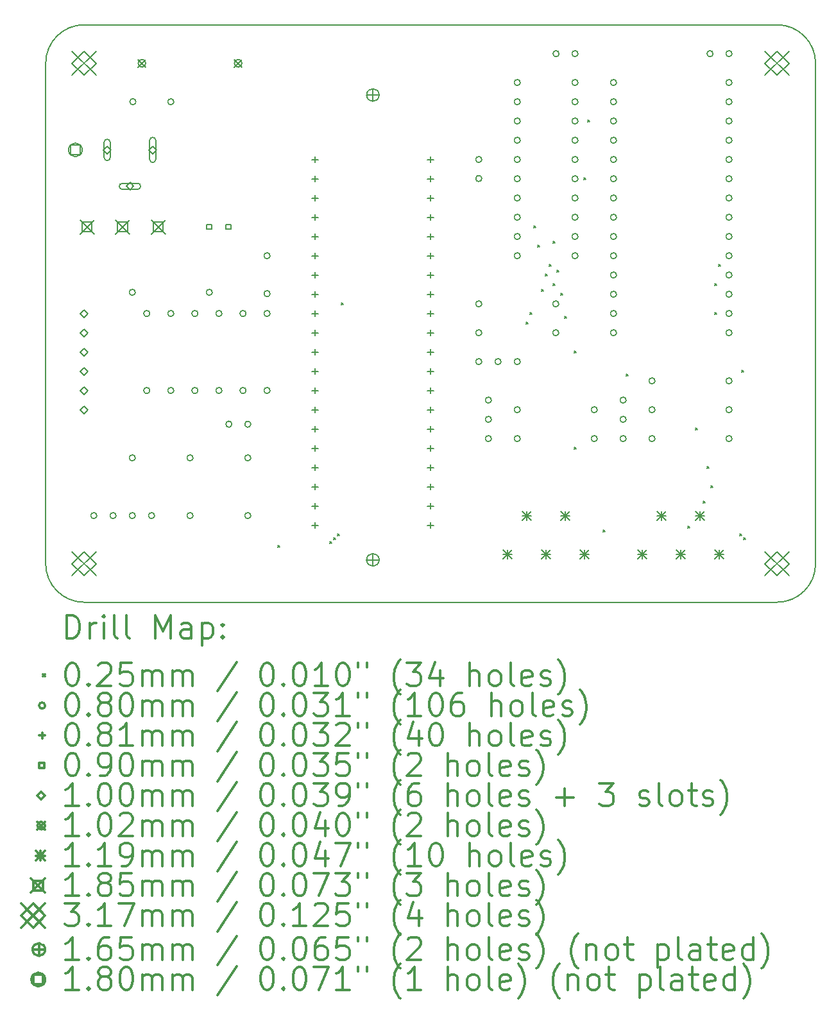
<source format=gbr>
%FSLAX45Y45*%
G04 Gerber Fmt 4.5, Leading zero omitted, Abs format (unit mm)*
G04 Created by KiCad (PCBNEW (5.1.4-0-10_14)) date 2020-04-13 14:17:26*
%MOMM*%
%LPD*%
G04 APERTURE LIST*
%ADD10C,0.150000*%
%ADD11C,0.200000*%
%ADD12C,0.300000*%
G04 APERTURE END LIST*
D10*
X0Y7112000D02*
G75*
G02X508000Y7620000I508000J0D01*
G01*
X9652000Y7620000D02*
G75*
G02X10160000Y7112000I0J-508000D01*
G01*
X10160000Y508000D02*
G75*
G02X9652000Y0I-508000J0D01*
G01*
X508000Y0D02*
G75*
G02X0Y508000I0J508000D01*
G01*
X0Y7112000D02*
X0Y508000D01*
X9652000Y7620000D02*
X508000Y7620000D01*
X10160000Y508000D02*
X10160000Y7112000D01*
X508000Y0D02*
X9652000Y0D01*
D11*
X3060700Y749300D02*
X3086100Y723900D01*
X3086100Y749300D02*
X3060700Y723900D01*
X3746500Y800100D02*
X3771900Y774700D01*
X3771900Y800100D02*
X3746500Y774700D01*
X3797300Y850900D02*
X3822700Y825500D01*
X3822700Y850900D02*
X3797300Y825500D01*
X3848100Y901700D02*
X3873500Y876300D01*
X3873500Y901700D02*
X3848100Y876300D01*
X3898900Y3949700D02*
X3924300Y3924300D01*
X3924300Y3949700D02*
X3898900Y3924300D01*
X6337300Y3695700D02*
X6362700Y3670300D01*
X6362700Y3695700D02*
X6337300Y3670300D01*
X6388100Y3822700D02*
X6413500Y3797300D01*
X6413500Y3822700D02*
X6388100Y3797300D01*
X6438900Y4965700D02*
X6464300Y4940300D01*
X6464300Y4965700D02*
X6438900Y4940300D01*
X6489700Y4711700D02*
X6515100Y4686300D01*
X6515100Y4711700D02*
X6489700Y4686300D01*
X6540500Y4127500D02*
X6565900Y4102100D01*
X6565900Y4127500D02*
X6540500Y4102100D01*
X6591300Y4330700D02*
X6616700Y4305300D01*
X6616700Y4330700D02*
X6591300Y4305300D01*
X6642100Y4457700D02*
X6667500Y4432300D01*
X6667500Y4457700D02*
X6642100Y4432300D01*
X6692900Y4762500D02*
X6718300Y4737100D01*
X6718300Y4762500D02*
X6692900Y4737100D01*
X6692900Y4203700D02*
X6718300Y4178300D01*
X6718300Y4203700D02*
X6692900Y4178300D01*
X6743700Y4381500D02*
X6769100Y4356100D01*
X6769100Y4381500D02*
X6743700Y4356100D01*
X6794500Y4076700D02*
X6819900Y4051300D01*
X6819900Y4076700D02*
X6794500Y4051300D01*
X6845300Y3771900D02*
X6870700Y3746500D01*
X6870700Y3771900D02*
X6845300Y3746500D01*
X6972300Y3314700D02*
X6997700Y3289300D01*
X6997700Y3314700D02*
X6972300Y3289300D01*
X6972300Y2044700D02*
X6997700Y2019300D01*
X6997700Y2044700D02*
X6972300Y2019300D01*
X7099300Y5600700D02*
X7124700Y5575300D01*
X7124700Y5600700D02*
X7099300Y5575300D01*
X7150100Y6362700D02*
X7175500Y6337300D01*
X7175500Y6362700D02*
X7150100Y6337300D01*
X7353300Y952500D02*
X7378700Y927100D01*
X7378700Y952500D02*
X7353300Y927100D01*
X7658100Y3009900D02*
X7683500Y2984500D01*
X7683500Y3009900D02*
X7658100Y2984500D01*
X8470900Y1003300D02*
X8496300Y977900D01*
X8496300Y1003300D02*
X8470900Y977900D01*
X8572500Y2298700D02*
X8597900Y2273300D01*
X8597900Y2298700D02*
X8572500Y2273300D01*
X8674100Y1333500D02*
X8699500Y1308100D01*
X8699500Y1333500D02*
X8674100Y1308100D01*
X8724900Y1790700D02*
X8750300Y1765300D01*
X8750300Y1790700D02*
X8724900Y1765300D01*
X8775700Y1536700D02*
X8801100Y1511300D01*
X8801100Y1536700D02*
X8775700Y1511300D01*
X8826500Y4203700D02*
X8851900Y4178300D01*
X8851900Y4203700D02*
X8826500Y4178300D01*
X8826500Y3822700D02*
X8851900Y3797300D01*
X8851900Y3822700D02*
X8826500Y3797300D01*
X8877300Y4457700D02*
X8902700Y4432300D01*
X8902700Y4457700D02*
X8877300Y4432300D01*
X9156700Y901700D02*
X9182100Y876300D01*
X9182100Y901700D02*
X9156700Y876300D01*
X9182100Y3060700D02*
X9207500Y3035300D01*
X9207500Y3060700D02*
X9182100Y3035300D01*
X9207500Y850900D02*
X9232900Y825500D01*
X9232900Y850900D02*
X9207500Y825500D01*
X6263000Y6858000D02*
G75*
G03X6263000Y6858000I-40000J0D01*
G01*
X6263000Y6604000D02*
G75*
G03X6263000Y6604000I-40000J0D01*
G01*
X6263000Y6350000D02*
G75*
G03X6263000Y6350000I-40000J0D01*
G01*
X6263000Y6096000D02*
G75*
G03X6263000Y6096000I-40000J0D01*
G01*
X6263000Y5842000D02*
G75*
G03X6263000Y5842000I-40000J0D01*
G01*
X6263000Y5588000D02*
G75*
G03X6263000Y5588000I-40000J0D01*
G01*
X5755000Y3175000D02*
G75*
G03X5755000Y3175000I-40000J0D01*
G01*
X6263000Y5334000D02*
G75*
G03X6263000Y5334000I-40000J0D01*
G01*
X6263000Y5080000D02*
G75*
G03X6263000Y5080000I-40000J0D01*
G01*
X6263000Y4826000D02*
G75*
G03X6263000Y4826000I-40000J0D01*
G01*
X6263000Y4572000D02*
G75*
G03X6263000Y4572000I-40000J0D01*
G01*
X7025000Y6858000D02*
G75*
G03X7025000Y6858000I-40000J0D01*
G01*
X7025000Y6604000D02*
G75*
G03X7025000Y6604000I-40000J0D01*
G01*
X7025000Y6350000D02*
G75*
G03X7025000Y6350000I-40000J0D01*
G01*
X7025000Y6096000D02*
G75*
G03X7025000Y6096000I-40000J0D01*
G01*
X1183000Y1143000D02*
G75*
G03X1183000Y1143000I-40000J0D01*
G01*
X675000Y1143000D02*
G75*
G03X675000Y1143000I-40000J0D01*
G01*
X929000Y1143000D02*
G75*
G03X929000Y1143000I-40000J0D01*
G01*
X1183000Y1905000D02*
G75*
G03X1183000Y1905000I-40000J0D01*
G01*
X1437000Y1143000D02*
G75*
G03X1437000Y1143000I-40000J0D01*
G01*
X8041000Y2921000D02*
G75*
G03X8041000Y2921000I-40000J0D01*
G01*
X2326000Y3810000D02*
G75*
G03X2326000Y3810000I-40000J0D01*
G01*
X2326000Y2794000D02*
G75*
G03X2326000Y2794000I-40000J0D01*
G01*
X2008500Y3810000D02*
G75*
G03X2008500Y3810000I-40000J0D01*
G01*
X2008500Y2794000D02*
G75*
G03X2008500Y2794000I-40000J0D01*
G01*
X7025000Y5842000D02*
G75*
G03X7025000Y5842000I-40000J0D01*
G01*
X9057000Y2921000D02*
G75*
G03X9057000Y2921000I-40000J0D01*
G01*
X7025000Y5588000D02*
G75*
G03X7025000Y5588000I-40000J0D01*
G01*
X7025000Y5334000D02*
G75*
G03X7025000Y5334000I-40000J0D01*
G01*
X7025000Y5080000D02*
G75*
G03X7025000Y5080000I-40000J0D01*
G01*
X1945000Y1905000D02*
G75*
G03X1945000Y1905000I-40000J0D01*
G01*
X2707000Y1905000D02*
G75*
G03X2707000Y1905000I-40000J0D01*
G01*
X7660000Y2667000D02*
G75*
G03X7660000Y2667000I-40000J0D01*
G01*
X7025000Y4826000D02*
G75*
G03X7025000Y4826000I-40000J0D01*
G01*
X7660000Y2159000D02*
G75*
G03X7660000Y2159000I-40000J0D01*
G01*
X7025000Y4572000D02*
G75*
G03X7025000Y4572000I-40000J0D01*
G01*
X7660000Y2413000D02*
G75*
G03X7660000Y2413000I-40000J0D01*
G01*
X2961000Y4572000D02*
G75*
G03X2961000Y4572000I-40000J0D01*
G01*
X2961000Y4072000D02*
G75*
G03X2961000Y4072000I-40000J0D01*
G01*
X1945000Y1143000D02*
G75*
G03X1945000Y1143000I-40000J0D01*
G01*
X2707000Y1143000D02*
G75*
G03X2707000Y1143000I-40000J0D01*
G01*
X7533000Y6858000D02*
G75*
G03X7533000Y6858000I-40000J0D01*
G01*
X7533000Y6604000D02*
G75*
G03X7533000Y6604000I-40000J0D01*
G01*
X7533000Y6350000D02*
G75*
G03X7533000Y6350000I-40000J0D01*
G01*
X7533000Y6096000D02*
G75*
G03X7533000Y6096000I-40000J0D01*
G01*
X7533000Y5842000D02*
G75*
G03X7533000Y5842000I-40000J0D01*
G01*
X7533000Y5588000D02*
G75*
G03X7533000Y5588000I-40000J0D01*
G01*
X7533000Y5334000D02*
G75*
G03X7533000Y5334000I-40000J0D01*
G01*
X7533000Y5080000D02*
G75*
G03X7533000Y5080000I-40000J0D01*
G01*
X7533000Y4826000D02*
G75*
G03X7533000Y4826000I-40000J0D01*
G01*
X7533000Y4572000D02*
G75*
G03X7533000Y4572000I-40000J0D01*
G01*
X7533000Y4318000D02*
G75*
G03X7533000Y4318000I-40000J0D01*
G01*
X7533000Y4064000D02*
G75*
G03X7533000Y4064000I-40000J0D01*
G01*
X7533000Y3810000D02*
G75*
G03X7533000Y3810000I-40000J0D01*
G01*
X7533000Y3556000D02*
G75*
G03X7533000Y3556000I-40000J0D01*
G01*
X9057000Y6858000D02*
G75*
G03X9057000Y6858000I-40000J0D01*
G01*
X9057000Y6604000D02*
G75*
G03X9057000Y6604000I-40000J0D01*
G01*
X9057000Y6350000D02*
G75*
G03X9057000Y6350000I-40000J0D01*
G01*
X9057000Y6096000D02*
G75*
G03X9057000Y6096000I-40000J0D01*
G01*
X9057000Y5842000D02*
G75*
G03X9057000Y5842000I-40000J0D01*
G01*
X9057000Y5588000D02*
G75*
G03X9057000Y5588000I-40000J0D01*
G01*
X9057000Y5334000D02*
G75*
G03X9057000Y5334000I-40000J0D01*
G01*
X9057000Y5080000D02*
G75*
G03X9057000Y5080000I-40000J0D01*
G01*
X9057000Y4826000D02*
G75*
G03X9057000Y4826000I-40000J0D01*
G01*
X9057000Y4572000D02*
G75*
G03X9057000Y4572000I-40000J0D01*
G01*
X9057000Y4318000D02*
G75*
G03X9057000Y4318000I-40000J0D01*
G01*
X9057000Y4064000D02*
G75*
G03X9057000Y4064000I-40000J0D01*
G01*
X9057000Y3810000D02*
G75*
G03X9057000Y3810000I-40000J0D01*
G01*
X5755000Y3937000D02*
G75*
G03X5755000Y3937000I-40000J0D01*
G01*
X6771000Y3937000D02*
G75*
G03X6771000Y3937000I-40000J0D01*
G01*
X2961000Y3810000D02*
G75*
G03X2961000Y3810000I-40000J0D01*
G01*
X2961000Y2794000D02*
G75*
G03X2961000Y2794000I-40000J0D01*
G01*
X2643500Y3810000D02*
G75*
G03X2643500Y3810000I-40000J0D01*
G01*
X2643500Y2794000D02*
G75*
G03X2643500Y2794000I-40000J0D01*
G01*
X9057000Y3556000D02*
G75*
G03X9057000Y3556000I-40000J0D01*
G01*
X9057000Y2540000D02*
G75*
G03X9057000Y2540000I-40000J0D01*
G01*
X6263000Y2159000D02*
G75*
G03X6263000Y2159000I-40000J0D01*
G01*
X7279000Y2159000D02*
G75*
G03X7279000Y2159000I-40000J0D01*
G01*
X1691000Y3810000D02*
G75*
G03X1691000Y3810000I-40000J0D01*
G01*
X1691000Y2794000D02*
G75*
G03X1691000Y2794000I-40000J0D01*
G01*
X5755000Y5842000D02*
G75*
G03X5755000Y5842000I-40000J0D01*
G01*
X5755000Y5592000D02*
G75*
G03X5755000Y5592000I-40000J0D01*
G01*
X8041000Y2540000D02*
G75*
G03X8041000Y2540000I-40000J0D01*
G01*
X6009000Y3175000D02*
G75*
G03X6009000Y3175000I-40000J0D01*
G01*
X2199000Y4089400D02*
G75*
G03X2199000Y4089400I-40000J0D01*
G01*
X6263000Y3175000D02*
G75*
G03X6263000Y3175000I-40000J0D01*
G01*
X5755000Y3556000D02*
G75*
G03X5755000Y3556000I-40000J0D01*
G01*
X6771000Y3556000D02*
G75*
G03X6771000Y3556000I-40000J0D01*
G01*
X6263000Y2540000D02*
G75*
G03X6263000Y2540000I-40000J0D01*
G01*
X7279000Y2540000D02*
G75*
G03X7279000Y2540000I-40000J0D01*
G01*
X1191000Y6604000D02*
G75*
G03X1191000Y6604000I-40000J0D01*
G01*
X1691000Y6604000D02*
G75*
G03X1691000Y6604000I-40000J0D01*
G01*
X1183000Y4089400D02*
G75*
G03X1183000Y4089400I-40000J0D01*
G01*
X2457000Y2349500D02*
G75*
G03X2457000Y2349500I-40000J0D01*
G01*
X2707000Y2349500D02*
G75*
G03X2707000Y2349500I-40000J0D01*
G01*
X8807000Y7239000D02*
G75*
G03X8807000Y7239000I-40000J0D01*
G01*
X8041000Y2159000D02*
G75*
G03X8041000Y2159000I-40000J0D01*
G01*
X9057000Y2159000D02*
G75*
G03X9057000Y2159000I-40000J0D01*
G01*
X9057000Y7239000D02*
G75*
G03X9057000Y7239000I-40000J0D01*
G01*
X1373500Y3810000D02*
G75*
G03X1373500Y3810000I-40000J0D01*
G01*
X6775000Y7239000D02*
G75*
G03X6775000Y7239000I-40000J0D01*
G01*
X7025000Y7239000D02*
G75*
G03X7025000Y7239000I-40000J0D01*
G01*
X5882000Y2667000D02*
G75*
G03X5882000Y2667000I-40000J0D01*
G01*
X5882000Y2413000D02*
G75*
G03X5882000Y2413000I-40000J0D01*
G01*
X5882000Y2159000D02*
G75*
G03X5882000Y2159000I-40000J0D01*
G01*
X1373500Y2794000D02*
G75*
G03X1373500Y2794000I-40000J0D01*
G01*
X3556000Y5882640D02*
X3556000Y5801360D01*
X3515360Y5842000D02*
X3596640Y5842000D01*
X3556000Y5628640D02*
X3556000Y5547360D01*
X3515360Y5588000D02*
X3596640Y5588000D01*
X3556000Y5374640D02*
X3556000Y5293360D01*
X3515360Y5334000D02*
X3596640Y5334000D01*
X3556000Y5120640D02*
X3556000Y5039360D01*
X3515360Y5080000D02*
X3596640Y5080000D01*
X3556000Y4866640D02*
X3556000Y4785360D01*
X3515360Y4826000D02*
X3596640Y4826000D01*
X3556000Y4612640D02*
X3556000Y4531360D01*
X3515360Y4572000D02*
X3596640Y4572000D01*
X3556000Y4358640D02*
X3556000Y4277360D01*
X3515360Y4318000D02*
X3596640Y4318000D01*
X3556000Y4104640D02*
X3556000Y4023360D01*
X3515360Y4064000D02*
X3596640Y4064000D01*
X3556000Y3850640D02*
X3556000Y3769360D01*
X3515360Y3810000D02*
X3596640Y3810000D01*
X3556000Y3596640D02*
X3556000Y3515360D01*
X3515360Y3556000D02*
X3596640Y3556000D01*
X3556000Y3342640D02*
X3556000Y3261360D01*
X3515360Y3302000D02*
X3596640Y3302000D01*
X3556000Y3088640D02*
X3556000Y3007360D01*
X3515360Y3048000D02*
X3596640Y3048000D01*
X3556000Y2834640D02*
X3556000Y2753360D01*
X3515360Y2794000D02*
X3596640Y2794000D01*
X3556000Y2580640D02*
X3556000Y2499360D01*
X3515360Y2540000D02*
X3596640Y2540000D01*
X3556000Y2326640D02*
X3556000Y2245360D01*
X3515360Y2286000D02*
X3596640Y2286000D01*
X3556000Y2072640D02*
X3556000Y1991360D01*
X3515360Y2032000D02*
X3596640Y2032000D01*
X3556000Y1818640D02*
X3556000Y1737360D01*
X3515360Y1778000D02*
X3596640Y1778000D01*
X3556000Y1564640D02*
X3556000Y1483360D01*
X3515360Y1524000D02*
X3596640Y1524000D01*
X3556000Y1310640D02*
X3556000Y1229360D01*
X3515360Y1270000D02*
X3596640Y1270000D01*
X3556000Y1056640D02*
X3556000Y975360D01*
X3515360Y1016000D02*
X3596640Y1016000D01*
X5080000Y5882640D02*
X5080000Y5801360D01*
X5039360Y5842000D02*
X5120640Y5842000D01*
X5080000Y5628640D02*
X5080000Y5547360D01*
X5039360Y5588000D02*
X5120640Y5588000D01*
X5080000Y5374640D02*
X5080000Y5293360D01*
X5039360Y5334000D02*
X5120640Y5334000D01*
X5080000Y5120640D02*
X5080000Y5039360D01*
X5039360Y5080000D02*
X5120640Y5080000D01*
X5080000Y4866640D02*
X5080000Y4785360D01*
X5039360Y4826000D02*
X5120640Y4826000D01*
X5080000Y4612640D02*
X5080000Y4531360D01*
X5039360Y4572000D02*
X5120640Y4572000D01*
X5080000Y4358640D02*
X5080000Y4277360D01*
X5039360Y4318000D02*
X5120640Y4318000D01*
X5080000Y4104640D02*
X5080000Y4023360D01*
X5039360Y4064000D02*
X5120640Y4064000D01*
X5080000Y3850640D02*
X5080000Y3769360D01*
X5039360Y3810000D02*
X5120640Y3810000D01*
X5080000Y3596640D02*
X5080000Y3515360D01*
X5039360Y3556000D02*
X5120640Y3556000D01*
X5080000Y3342640D02*
X5080000Y3261360D01*
X5039360Y3302000D02*
X5120640Y3302000D01*
X5080000Y3088640D02*
X5080000Y3007360D01*
X5039360Y3048000D02*
X5120640Y3048000D01*
X5080000Y2834640D02*
X5080000Y2753360D01*
X5039360Y2794000D02*
X5120640Y2794000D01*
X5080000Y2580640D02*
X5080000Y2499360D01*
X5039360Y2540000D02*
X5120640Y2540000D01*
X5080000Y2326640D02*
X5080000Y2245360D01*
X5039360Y2286000D02*
X5120640Y2286000D01*
X5080000Y2072640D02*
X5080000Y1991360D01*
X5039360Y2032000D02*
X5120640Y2032000D01*
X5080000Y1818640D02*
X5080000Y1737360D01*
X5039360Y1778000D02*
X5120640Y1778000D01*
X5080000Y1564640D02*
X5080000Y1483360D01*
X5039360Y1524000D02*
X5120640Y1524000D01*
X5080000Y1310640D02*
X5080000Y1229360D01*
X5039360Y1270000D02*
X5120640Y1270000D01*
X5080000Y1056640D02*
X5080000Y975360D01*
X5039360Y1016000D02*
X5120640Y1016000D01*
X2190820Y4921180D02*
X2190820Y4984820D01*
X2127180Y4984820D01*
X2127180Y4921180D01*
X2190820Y4921180D01*
X2444820Y4921180D02*
X2444820Y4984820D01*
X2381180Y4984820D01*
X2381180Y4921180D01*
X2444820Y4921180D01*
X508000Y3760000D02*
X558000Y3810000D01*
X508000Y3860000D01*
X458000Y3810000D01*
X508000Y3760000D01*
X508000Y3506000D02*
X558000Y3556000D01*
X508000Y3606000D01*
X458000Y3556000D01*
X508000Y3506000D01*
X508000Y3252000D02*
X558000Y3302000D01*
X508000Y3352000D01*
X458000Y3302000D01*
X508000Y3252000D01*
X812000Y5919000D02*
X862000Y5969000D01*
X812000Y6019000D01*
X762000Y5969000D01*
X812000Y5919000D01*
X772000Y6069000D02*
X772000Y5869000D01*
X852000Y6069000D02*
X852000Y5869000D01*
X772000Y5869000D02*
G75*
G03X852000Y5869000I40000J0D01*
G01*
X852000Y6069000D02*
G75*
G03X772000Y6069000I-40000J0D01*
G01*
X1112000Y5439000D02*
X1162000Y5489000D01*
X1112000Y5539000D01*
X1062000Y5489000D01*
X1112000Y5439000D01*
X1212000Y5529000D02*
X1012000Y5529000D01*
X1212000Y5449000D02*
X1012000Y5449000D01*
X1012000Y5529000D02*
G75*
G03X1012000Y5449000I0J-40000D01*
G01*
X1212000Y5449000D02*
G75*
G03X1212000Y5529000I0J40000D01*
G01*
X1412000Y5919000D02*
X1462000Y5969000D01*
X1412000Y6019000D01*
X1362000Y5969000D01*
X1412000Y5919000D01*
X1372000Y6094000D02*
X1372000Y5844000D01*
X1452000Y6094000D02*
X1452000Y5844000D01*
X1372000Y5844000D02*
G75*
G03X1452000Y5844000I40000J0D01*
G01*
X1452000Y6094000D02*
G75*
G03X1372000Y6094000I-40000J0D01*
G01*
X508000Y2998000D02*
X558000Y3048000D01*
X508000Y3098000D01*
X458000Y3048000D01*
X508000Y2998000D01*
X508000Y2744000D02*
X558000Y2794000D01*
X508000Y2844000D01*
X458000Y2794000D01*
X508000Y2744000D01*
X508000Y2490000D02*
X558000Y2540000D01*
X508000Y2590000D01*
X458000Y2540000D01*
X508000Y2490000D01*
X2489200Y7162800D02*
X2590800Y7061200D01*
X2590800Y7162800D02*
X2489200Y7061200D01*
X2590800Y7112000D02*
G75*
G03X2590800Y7112000I-50800J0D01*
G01*
X1219200Y7162800D02*
X1320800Y7061200D01*
X1320800Y7162800D02*
X1219200Y7061200D01*
X1320800Y7112000D02*
G75*
G03X1320800Y7112000I-50800J0D01*
G01*
X6036310Y694690D02*
X6155690Y575310D01*
X6155690Y694690D02*
X6036310Y575310D01*
X6096000Y694690D02*
X6096000Y575310D01*
X6036310Y635000D02*
X6155690Y635000D01*
X6290310Y1202690D02*
X6409690Y1083310D01*
X6409690Y1202690D02*
X6290310Y1083310D01*
X6350000Y1202690D02*
X6350000Y1083310D01*
X6290310Y1143000D02*
X6409690Y1143000D01*
X6544310Y694690D02*
X6663690Y575310D01*
X6663690Y694690D02*
X6544310Y575310D01*
X6604000Y694690D02*
X6604000Y575310D01*
X6544310Y635000D02*
X6663690Y635000D01*
X6798310Y1202690D02*
X6917690Y1083310D01*
X6917690Y1202690D02*
X6798310Y1083310D01*
X6858000Y1202690D02*
X6858000Y1083310D01*
X6798310Y1143000D02*
X6917690Y1143000D01*
X7052310Y694690D02*
X7171690Y575310D01*
X7171690Y694690D02*
X7052310Y575310D01*
X7112000Y694690D02*
X7112000Y575310D01*
X7052310Y635000D02*
X7171690Y635000D01*
X7814310Y694690D02*
X7933690Y575310D01*
X7933690Y694690D02*
X7814310Y575310D01*
X7874000Y694690D02*
X7874000Y575310D01*
X7814310Y635000D02*
X7933690Y635000D01*
X8068310Y1202690D02*
X8187690Y1083310D01*
X8187690Y1202690D02*
X8068310Y1083310D01*
X8128000Y1202690D02*
X8128000Y1083310D01*
X8068310Y1143000D02*
X8187690Y1143000D01*
X8322310Y694690D02*
X8441690Y575310D01*
X8441690Y694690D02*
X8322310Y575310D01*
X8382000Y694690D02*
X8382000Y575310D01*
X8322310Y635000D02*
X8441690Y635000D01*
X8576310Y1202690D02*
X8695690Y1083310D01*
X8695690Y1202690D02*
X8576310Y1083310D01*
X8636000Y1202690D02*
X8636000Y1083310D01*
X8576310Y1143000D02*
X8695690Y1143000D01*
X8830310Y694690D02*
X8949690Y575310D01*
X8949690Y694690D02*
X8830310Y575310D01*
X8890000Y694690D02*
X8890000Y575310D01*
X8830310Y635000D02*
X8949690Y635000D01*
X453390Y5045710D02*
X638810Y4860290D01*
X638810Y5045710D02*
X453390Y4860290D01*
X611657Y4887444D02*
X611657Y5018557D01*
X480543Y5018557D01*
X480543Y4887444D01*
X611657Y4887444D01*
X923290Y5045710D02*
X1108710Y4860290D01*
X1108710Y5045710D02*
X923290Y4860290D01*
X1081557Y4887444D02*
X1081557Y5018557D01*
X950443Y5018557D01*
X950443Y4887444D01*
X1081557Y4887444D01*
X1393190Y5045710D02*
X1578610Y4860290D01*
X1578610Y5045710D02*
X1393190Y4860290D01*
X1551456Y4887444D02*
X1551456Y5018557D01*
X1420343Y5018557D01*
X1420343Y4887444D01*
X1551456Y4887444D01*
X349250Y7270750D02*
X666750Y6953250D01*
X666750Y7270750D02*
X349250Y6953250D01*
X508000Y6953250D02*
X666750Y7112000D01*
X508000Y7270750D01*
X349250Y7112000D01*
X508000Y6953250D01*
X9493250Y666750D02*
X9810750Y349250D01*
X9810750Y666750D02*
X9493250Y349250D01*
X9652000Y349250D02*
X9810750Y508000D01*
X9652000Y666750D01*
X9493250Y508000D01*
X9652000Y349250D01*
X349250Y666750D02*
X666750Y349250D01*
X666750Y666750D02*
X349250Y349250D01*
X508000Y349250D02*
X666750Y508000D01*
X508000Y666750D01*
X349250Y508000D01*
X508000Y349250D01*
X9493250Y7270750D02*
X9810750Y6953250D01*
X9810750Y7270750D02*
X9493250Y6953250D01*
X9652000Y6953250D02*
X9810750Y7112000D01*
X9652000Y7270750D01*
X9493250Y7112000D01*
X9652000Y6953250D01*
X4318000Y6775450D02*
X4318000Y6610350D01*
X4235450Y6692900D02*
X4400550Y6692900D01*
X4400550Y6692900D02*
G75*
G03X4400550Y6692900I-82550J0D01*
G01*
X4318000Y641350D02*
X4318000Y476250D01*
X4235450Y558800D02*
X4400550Y558800D01*
X4400550Y558800D02*
G75*
G03X4400550Y558800I-82550J0D01*
G01*
X455640Y5905360D02*
X455640Y6032640D01*
X328360Y6032640D01*
X328360Y5905360D01*
X455640Y5905360D01*
X482000Y5969000D02*
G75*
G03X482000Y5969000I-90000J0D01*
G01*
D12*
X278928Y-473214D02*
X278928Y-173214D01*
X350357Y-173214D01*
X393214Y-187500D01*
X421786Y-216071D01*
X436071Y-244643D01*
X450357Y-301786D01*
X450357Y-344643D01*
X436071Y-401786D01*
X421786Y-430357D01*
X393214Y-458929D01*
X350357Y-473214D01*
X278928Y-473214D01*
X578928Y-473214D02*
X578928Y-273214D01*
X578928Y-330357D02*
X593214Y-301786D01*
X607500Y-287500D01*
X636071Y-273214D01*
X664643Y-273214D01*
X764643Y-473214D02*
X764643Y-273214D01*
X764643Y-173214D02*
X750357Y-187500D01*
X764643Y-201786D01*
X778928Y-187500D01*
X764643Y-173214D01*
X764643Y-201786D01*
X950357Y-473214D02*
X921786Y-458929D01*
X907500Y-430357D01*
X907500Y-173214D01*
X1107500Y-473214D02*
X1078928Y-458929D01*
X1064643Y-430357D01*
X1064643Y-173214D01*
X1450357Y-473214D02*
X1450357Y-173214D01*
X1550357Y-387500D01*
X1650357Y-173214D01*
X1650357Y-473214D01*
X1921786Y-473214D02*
X1921786Y-316072D01*
X1907500Y-287500D01*
X1878928Y-273214D01*
X1821786Y-273214D01*
X1793214Y-287500D01*
X1921786Y-458929D02*
X1893214Y-473214D01*
X1821786Y-473214D01*
X1793214Y-458929D01*
X1778928Y-430357D01*
X1778928Y-401786D01*
X1793214Y-373214D01*
X1821786Y-358929D01*
X1893214Y-358929D01*
X1921786Y-344643D01*
X2064643Y-273214D02*
X2064643Y-573214D01*
X2064643Y-287500D02*
X2093214Y-273214D01*
X2150357Y-273214D01*
X2178928Y-287500D01*
X2193214Y-301786D01*
X2207500Y-330357D01*
X2207500Y-416071D01*
X2193214Y-444643D01*
X2178928Y-458929D01*
X2150357Y-473214D01*
X2093214Y-473214D01*
X2064643Y-458929D01*
X2336071Y-444643D02*
X2350357Y-458929D01*
X2336071Y-473214D01*
X2321786Y-458929D01*
X2336071Y-444643D01*
X2336071Y-473214D01*
X2336071Y-287500D02*
X2350357Y-301786D01*
X2336071Y-316072D01*
X2321786Y-301786D01*
X2336071Y-287500D01*
X2336071Y-316072D01*
X-32900Y-954800D02*
X-7500Y-980200D01*
X-7500Y-954800D02*
X-32900Y-980200D01*
X336071Y-803214D02*
X364643Y-803214D01*
X393214Y-817500D01*
X407500Y-831786D01*
X421786Y-860357D01*
X436071Y-917500D01*
X436071Y-988929D01*
X421786Y-1046071D01*
X407500Y-1074643D01*
X393214Y-1088929D01*
X364643Y-1103214D01*
X336071Y-1103214D01*
X307500Y-1088929D01*
X293214Y-1074643D01*
X278928Y-1046071D01*
X264643Y-988929D01*
X264643Y-917500D01*
X278928Y-860357D01*
X293214Y-831786D01*
X307500Y-817500D01*
X336071Y-803214D01*
X564643Y-1074643D02*
X578928Y-1088929D01*
X564643Y-1103214D01*
X550357Y-1088929D01*
X564643Y-1074643D01*
X564643Y-1103214D01*
X693214Y-831786D02*
X707500Y-817500D01*
X736071Y-803214D01*
X807500Y-803214D01*
X836071Y-817500D01*
X850357Y-831786D01*
X864643Y-860357D01*
X864643Y-888929D01*
X850357Y-931786D01*
X678928Y-1103214D01*
X864643Y-1103214D01*
X1136071Y-803214D02*
X993214Y-803214D01*
X978928Y-946071D01*
X993214Y-931786D01*
X1021786Y-917500D01*
X1093214Y-917500D01*
X1121786Y-931786D01*
X1136071Y-946071D01*
X1150357Y-974643D01*
X1150357Y-1046071D01*
X1136071Y-1074643D01*
X1121786Y-1088929D01*
X1093214Y-1103214D01*
X1021786Y-1103214D01*
X993214Y-1088929D01*
X978928Y-1074643D01*
X1278928Y-1103214D02*
X1278928Y-903214D01*
X1278928Y-931786D02*
X1293214Y-917500D01*
X1321786Y-903214D01*
X1364643Y-903214D01*
X1393214Y-917500D01*
X1407500Y-946071D01*
X1407500Y-1103214D01*
X1407500Y-946071D02*
X1421786Y-917500D01*
X1450357Y-903214D01*
X1493214Y-903214D01*
X1521786Y-917500D01*
X1536071Y-946071D01*
X1536071Y-1103214D01*
X1678928Y-1103214D02*
X1678928Y-903214D01*
X1678928Y-931786D02*
X1693214Y-917500D01*
X1721786Y-903214D01*
X1764643Y-903214D01*
X1793214Y-917500D01*
X1807500Y-946071D01*
X1807500Y-1103214D01*
X1807500Y-946071D02*
X1821786Y-917500D01*
X1850357Y-903214D01*
X1893214Y-903214D01*
X1921786Y-917500D01*
X1936071Y-946071D01*
X1936071Y-1103214D01*
X2521786Y-788929D02*
X2264643Y-1174643D01*
X2907500Y-803214D02*
X2936071Y-803214D01*
X2964643Y-817500D01*
X2978928Y-831786D01*
X2993214Y-860357D01*
X3007500Y-917500D01*
X3007500Y-988929D01*
X2993214Y-1046071D01*
X2978928Y-1074643D01*
X2964643Y-1088929D01*
X2936071Y-1103214D01*
X2907500Y-1103214D01*
X2878928Y-1088929D01*
X2864643Y-1074643D01*
X2850357Y-1046071D01*
X2836071Y-988929D01*
X2836071Y-917500D01*
X2850357Y-860357D01*
X2864643Y-831786D01*
X2878928Y-817500D01*
X2907500Y-803214D01*
X3136071Y-1074643D02*
X3150357Y-1088929D01*
X3136071Y-1103214D01*
X3121786Y-1088929D01*
X3136071Y-1074643D01*
X3136071Y-1103214D01*
X3336071Y-803214D02*
X3364643Y-803214D01*
X3393214Y-817500D01*
X3407500Y-831786D01*
X3421786Y-860357D01*
X3436071Y-917500D01*
X3436071Y-988929D01*
X3421786Y-1046071D01*
X3407500Y-1074643D01*
X3393214Y-1088929D01*
X3364643Y-1103214D01*
X3336071Y-1103214D01*
X3307500Y-1088929D01*
X3293214Y-1074643D01*
X3278928Y-1046071D01*
X3264643Y-988929D01*
X3264643Y-917500D01*
X3278928Y-860357D01*
X3293214Y-831786D01*
X3307500Y-817500D01*
X3336071Y-803214D01*
X3721786Y-1103214D02*
X3550357Y-1103214D01*
X3636071Y-1103214D02*
X3636071Y-803214D01*
X3607500Y-846071D01*
X3578928Y-874643D01*
X3550357Y-888929D01*
X3907500Y-803214D02*
X3936071Y-803214D01*
X3964643Y-817500D01*
X3978928Y-831786D01*
X3993214Y-860357D01*
X4007500Y-917500D01*
X4007500Y-988929D01*
X3993214Y-1046071D01*
X3978928Y-1074643D01*
X3964643Y-1088929D01*
X3936071Y-1103214D01*
X3907500Y-1103214D01*
X3878928Y-1088929D01*
X3864643Y-1074643D01*
X3850357Y-1046071D01*
X3836071Y-988929D01*
X3836071Y-917500D01*
X3850357Y-860357D01*
X3864643Y-831786D01*
X3878928Y-817500D01*
X3907500Y-803214D01*
X4121786Y-803214D02*
X4121786Y-860357D01*
X4236071Y-803214D02*
X4236071Y-860357D01*
X4678928Y-1217500D02*
X4664643Y-1203214D01*
X4636071Y-1160357D01*
X4621786Y-1131786D01*
X4607500Y-1088929D01*
X4593214Y-1017500D01*
X4593214Y-960357D01*
X4607500Y-888929D01*
X4621786Y-846071D01*
X4636071Y-817500D01*
X4664643Y-774643D01*
X4678928Y-760357D01*
X4764643Y-803214D02*
X4950357Y-803214D01*
X4850357Y-917500D01*
X4893214Y-917500D01*
X4921786Y-931786D01*
X4936071Y-946071D01*
X4950357Y-974643D01*
X4950357Y-1046071D01*
X4936071Y-1074643D01*
X4921786Y-1088929D01*
X4893214Y-1103214D01*
X4807500Y-1103214D01*
X4778928Y-1088929D01*
X4764643Y-1074643D01*
X5207500Y-903214D02*
X5207500Y-1103214D01*
X5136071Y-788929D02*
X5064643Y-1003214D01*
X5250357Y-1003214D01*
X5593214Y-1103214D02*
X5593214Y-803214D01*
X5721786Y-1103214D02*
X5721786Y-946071D01*
X5707500Y-917500D01*
X5678928Y-903214D01*
X5636071Y-903214D01*
X5607500Y-917500D01*
X5593214Y-931786D01*
X5907500Y-1103214D02*
X5878928Y-1088929D01*
X5864643Y-1074643D01*
X5850357Y-1046071D01*
X5850357Y-960357D01*
X5864643Y-931786D01*
X5878928Y-917500D01*
X5907500Y-903214D01*
X5950357Y-903214D01*
X5978928Y-917500D01*
X5993214Y-931786D01*
X6007500Y-960357D01*
X6007500Y-1046071D01*
X5993214Y-1074643D01*
X5978928Y-1088929D01*
X5950357Y-1103214D01*
X5907500Y-1103214D01*
X6178928Y-1103214D02*
X6150357Y-1088929D01*
X6136071Y-1060357D01*
X6136071Y-803214D01*
X6407500Y-1088929D02*
X6378928Y-1103214D01*
X6321786Y-1103214D01*
X6293214Y-1088929D01*
X6278928Y-1060357D01*
X6278928Y-946071D01*
X6293214Y-917500D01*
X6321786Y-903214D01*
X6378928Y-903214D01*
X6407500Y-917500D01*
X6421786Y-946071D01*
X6421786Y-974643D01*
X6278928Y-1003214D01*
X6536071Y-1088929D02*
X6564643Y-1103214D01*
X6621786Y-1103214D01*
X6650357Y-1088929D01*
X6664643Y-1060357D01*
X6664643Y-1046071D01*
X6650357Y-1017500D01*
X6621786Y-1003214D01*
X6578928Y-1003214D01*
X6550357Y-988929D01*
X6536071Y-960357D01*
X6536071Y-946071D01*
X6550357Y-917500D01*
X6578928Y-903214D01*
X6621786Y-903214D01*
X6650357Y-917500D01*
X6764643Y-1217500D02*
X6778928Y-1203214D01*
X6807500Y-1160357D01*
X6821786Y-1131786D01*
X6836071Y-1088929D01*
X6850357Y-1017500D01*
X6850357Y-960357D01*
X6836071Y-888929D01*
X6821786Y-846071D01*
X6807500Y-817500D01*
X6778928Y-774643D01*
X6764643Y-760357D01*
X-7500Y-1363500D02*
G75*
G03X-7500Y-1363500I-40000J0D01*
G01*
X336071Y-1199214D02*
X364643Y-1199214D01*
X393214Y-1213500D01*
X407500Y-1227786D01*
X421786Y-1256357D01*
X436071Y-1313500D01*
X436071Y-1384929D01*
X421786Y-1442071D01*
X407500Y-1470643D01*
X393214Y-1484929D01*
X364643Y-1499214D01*
X336071Y-1499214D01*
X307500Y-1484929D01*
X293214Y-1470643D01*
X278928Y-1442071D01*
X264643Y-1384929D01*
X264643Y-1313500D01*
X278928Y-1256357D01*
X293214Y-1227786D01*
X307500Y-1213500D01*
X336071Y-1199214D01*
X564643Y-1470643D02*
X578928Y-1484929D01*
X564643Y-1499214D01*
X550357Y-1484929D01*
X564643Y-1470643D01*
X564643Y-1499214D01*
X750357Y-1327786D02*
X721786Y-1313500D01*
X707500Y-1299214D01*
X693214Y-1270643D01*
X693214Y-1256357D01*
X707500Y-1227786D01*
X721786Y-1213500D01*
X750357Y-1199214D01*
X807500Y-1199214D01*
X836071Y-1213500D01*
X850357Y-1227786D01*
X864643Y-1256357D01*
X864643Y-1270643D01*
X850357Y-1299214D01*
X836071Y-1313500D01*
X807500Y-1327786D01*
X750357Y-1327786D01*
X721786Y-1342072D01*
X707500Y-1356357D01*
X693214Y-1384929D01*
X693214Y-1442071D01*
X707500Y-1470643D01*
X721786Y-1484929D01*
X750357Y-1499214D01*
X807500Y-1499214D01*
X836071Y-1484929D01*
X850357Y-1470643D01*
X864643Y-1442071D01*
X864643Y-1384929D01*
X850357Y-1356357D01*
X836071Y-1342072D01*
X807500Y-1327786D01*
X1050357Y-1199214D02*
X1078928Y-1199214D01*
X1107500Y-1213500D01*
X1121786Y-1227786D01*
X1136071Y-1256357D01*
X1150357Y-1313500D01*
X1150357Y-1384929D01*
X1136071Y-1442071D01*
X1121786Y-1470643D01*
X1107500Y-1484929D01*
X1078928Y-1499214D01*
X1050357Y-1499214D01*
X1021786Y-1484929D01*
X1007500Y-1470643D01*
X993214Y-1442071D01*
X978928Y-1384929D01*
X978928Y-1313500D01*
X993214Y-1256357D01*
X1007500Y-1227786D01*
X1021786Y-1213500D01*
X1050357Y-1199214D01*
X1278928Y-1499214D02*
X1278928Y-1299214D01*
X1278928Y-1327786D02*
X1293214Y-1313500D01*
X1321786Y-1299214D01*
X1364643Y-1299214D01*
X1393214Y-1313500D01*
X1407500Y-1342072D01*
X1407500Y-1499214D01*
X1407500Y-1342072D02*
X1421786Y-1313500D01*
X1450357Y-1299214D01*
X1493214Y-1299214D01*
X1521786Y-1313500D01*
X1536071Y-1342072D01*
X1536071Y-1499214D01*
X1678928Y-1499214D02*
X1678928Y-1299214D01*
X1678928Y-1327786D02*
X1693214Y-1313500D01*
X1721786Y-1299214D01*
X1764643Y-1299214D01*
X1793214Y-1313500D01*
X1807500Y-1342072D01*
X1807500Y-1499214D01*
X1807500Y-1342072D02*
X1821786Y-1313500D01*
X1850357Y-1299214D01*
X1893214Y-1299214D01*
X1921786Y-1313500D01*
X1936071Y-1342072D01*
X1936071Y-1499214D01*
X2521786Y-1184929D02*
X2264643Y-1570643D01*
X2907500Y-1199214D02*
X2936071Y-1199214D01*
X2964643Y-1213500D01*
X2978928Y-1227786D01*
X2993214Y-1256357D01*
X3007500Y-1313500D01*
X3007500Y-1384929D01*
X2993214Y-1442071D01*
X2978928Y-1470643D01*
X2964643Y-1484929D01*
X2936071Y-1499214D01*
X2907500Y-1499214D01*
X2878928Y-1484929D01*
X2864643Y-1470643D01*
X2850357Y-1442071D01*
X2836071Y-1384929D01*
X2836071Y-1313500D01*
X2850357Y-1256357D01*
X2864643Y-1227786D01*
X2878928Y-1213500D01*
X2907500Y-1199214D01*
X3136071Y-1470643D02*
X3150357Y-1484929D01*
X3136071Y-1499214D01*
X3121786Y-1484929D01*
X3136071Y-1470643D01*
X3136071Y-1499214D01*
X3336071Y-1199214D02*
X3364643Y-1199214D01*
X3393214Y-1213500D01*
X3407500Y-1227786D01*
X3421786Y-1256357D01*
X3436071Y-1313500D01*
X3436071Y-1384929D01*
X3421786Y-1442071D01*
X3407500Y-1470643D01*
X3393214Y-1484929D01*
X3364643Y-1499214D01*
X3336071Y-1499214D01*
X3307500Y-1484929D01*
X3293214Y-1470643D01*
X3278928Y-1442071D01*
X3264643Y-1384929D01*
X3264643Y-1313500D01*
X3278928Y-1256357D01*
X3293214Y-1227786D01*
X3307500Y-1213500D01*
X3336071Y-1199214D01*
X3536071Y-1199214D02*
X3721786Y-1199214D01*
X3621786Y-1313500D01*
X3664643Y-1313500D01*
X3693214Y-1327786D01*
X3707500Y-1342072D01*
X3721786Y-1370643D01*
X3721786Y-1442071D01*
X3707500Y-1470643D01*
X3693214Y-1484929D01*
X3664643Y-1499214D01*
X3578928Y-1499214D01*
X3550357Y-1484929D01*
X3536071Y-1470643D01*
X4007500Y-1499214D02*
X3836071Y-1499214D01*
X3921786Y-1499214D02*
X3921786Y-1199214D01*
X3893214Y-1242072D01*
X3864643Y-1270643D01*
X3836071Y-1284929D01*
X4121786Y-1199214D02*
X4121786Y-1256357D01*
X4236071Y-1199214D02*
X4236071Y-1256357D01*
X4678928Y-1613500D02*
X4664643Y-1599214D01*
X4636071Y-1556357D01*
X4621786Y-1527786D01*
X4607500Y-1484929D01*
X4593214Y-1413500D01*
X4593214Y-1356357D01*
X4607500Y-1284929D01*
X4621786Y-1242072D01*
X4636071Y-1213500D01*
X4664643Y-1170643D01*
X4678928Y-1156357D01*
X4950357Y-1499214D02*
X4778928Y-1499214D01*
X4864643Y-1499214D02*
X4864643Y-1199214D01*
X4836071Y-1242072D01*
X4807500Y-1270643D01*
X4778928Y-1284929D01*
X5136071Y-1199214D02*
X5164643Y-1199214D01*
X5193214Y-1213500D01*
X5207500Y-1227786D01*
X5221786Y-1256357D01*
X5236071Y-1313500D01*
X5236071Y-1384929D01*
X5221786Y-1442071D01*
X5207500Y-1470643D01*
X5193214Y-1484929D01*
X5164643Y-1499214D01*
X5136071Y-1499214D01*
X5107500Y-1484929D01*
X5093214Y-1470643D01*
X5078928Y-1442071D01*
X5064643Y-1384929D01*
X5064643Y-1313500D01*
X5078928Y-1256357D01*
X5093214Y-1227786D01*
X5107500Y-1213500D01*
X5136071Y-1199214D01*
X5493214Y-1199214D02*
X5436071Y-1199214D01*
X5407500Y-1213500D01*
X5393214Y-1227786D01*
X5364643Y-1270643D01*
X5350357Y-1327786D01*
X5350357Y-1442071D01*
X5364643Y-1470643D01*
X5378928Y-1484929D01*
X5407500Y-1499214D01*
X5464643Y-1499214D01*
X5493214Y-1484929D01*
X5507500Y-1470643D01*
X5521786Y-1442071D01*
X5521786Y-1370643D01*
X5507500Y-1342072D01*
X5493214Y-1327786D01*
X5464643Y-1313500D01*
X5407500Y-1313500D01*
X5378928Y-1327786D01*
X5364643Y-1342072D01*
X5350357Y-1370643D01*
X5878928Y-1499214D02*
X5878928Y-1199214D01*
X6007500Y-1499214D02*
X6007500Y-1342072D01*
X5993214Y-1313500D01*
X5964643Y-1299214D01*
X5921786Y-1299214D01*
X5893214Y-1313500D01*
X5878928Y-1327786D01*
X6193214Y-1499214D02*
X6164643Y-1484929D01*
X6150357Y-1470643D01*
X6136071Y-1442071D01*
X6136071Y-1356357D01*
X6150357Y-1327786D01*
X6164643Y-1313500D01*
X6193214Y-1299214D01*
X6236071Y-1299214D01*
X6264643Y-1313500D01*
X6278928Y-1327786D01*
X6293214Y-1356357D01*
X6293214Y-1442071D01*
X6278928Y-1470643D01*
X6264643Y-1484929D01*
X6236071Y-1499214D01*
X6193214Y-1499214D01*
X6464643Y-1499214D02*
X6436071Y-1484929D01*
X6421786Y-1456357D01*
X6421786Y-1199214D01*
X6693214Y-1484929D02*
X6664643Y-1499214D01*
X6607500Y-1499214D01*
X6578928Y-1484929D01*
X6564643Y-1456357D01*
X6564643Y-1342072D01*
X6578928Y-1313500D01*
X6607500Y-1299214D01*
X6664643Y-1299214D01*
X6693214Y-1313500D01*
X6707500Y-1342072D01*
X6707500Y-1370643D01*
X6564643Y-1399214D01*
X6821786Y-1484929D02*
X6850357Y-1499214D01*
X6907500Y-1499214D01*
X6936071Y-1484929D01*
X6950357Y-1456357D01*
X6950357Y-1442071D01*
X6936071Y-1413500D01*
X6907500Y-1399214D01*
X6864643Y-1399214D01*
X6836071Y-1384929D01*
X6821786Y-1356357D01*
X6821786Y-1342072D01*
X6836071Y-1313500D01*
X6864643Y-1299214D01*
X6907500Y-1299214D01*
X6936071Y-1313500D01*
X7050357Y-1613500D02*
X7064643Y-1599214D01*
X7093214Y-1556357D01*
X7107500Y-1527786D01*
X7121786Y-1484929D01*
X7136071Y-1413500D01*
X7136071Y-1356357D01*
X7121786Y-1284929D01*
X7107500Y-1242072D01*
X7093214Y-1213500D01*
X7064643Y-1170643D01*
X7050357Y-1156357D01*
X-48140Y-1718860D02*
X-48140Y-1800140D01*
X-88780Y-1759500D02*
X-7500Y-1759500D01*
X336071Y-1595214D02*
X364643Y-1595214D01*
X393214Y-1609500D01*
X407500Y-1623786D01*
X421786Y-1652357D01*
X436071Y-1709500D01*
X436071Y-1780929D01*
X421786Y-1838071D01*
X407500Y-1866643D01*
X393214Y-1880929D01*
X364643Y-1895214D01*
X336071Y-1895214D01*
X307500Y-1880929D01*
X293214Y-1866643D01*
X278928Y-1838071D01*
X264643Y-1780929D01*
X264643Y-1709500D01*
X278928Y-1652357D01*
X293214Y-1623786D01*
X307500Y-1609500D01*
X336071Y-1595214D01*
X564643Y-1866643D02*
X578928Y-1880929D01*
X564643Y-1895214D01*
X550357Y-1880929D01*
X564643Y-1866643D01*
X564643Y-1895214D01*
X750357Y-1723786D02*
X721786Y-1709500D01*
X707500Y-1695214D01*
X693214Y-1666643D01*
X693214Y-1652357D01*
X707500Y-1623786D01*
X721786Y-1609500D01*
X750357Y-1595214D01*
X807500Y-1595214D01*
X836071Y-1609500D01*
X850357Y-1623786D01*
X864643Y-1652357D01*
X864643Y-1666643D01*
X850357Y-1695214D01*
X836071Y-1709500D01*
X807500Y-1723786D01*
X750357Y-1723786D01*
X721786Y-1738071D01*
X707500Y-1752357D01*
X693214Y-1780929D01*
X693214Y-1838071D01*
X707500Y-1866643D01*
X721786Y-1880929D01*
X750357Y-1895214D01*
X807500Y-1895214D01*
X836071Y-1880929D01*
X850357Y-1866643D01*
X864643Y-1838071D01*
X864643Y-1780929D01*
X850357Y-1752357D01*
X836071Y-1738071D01*
X807500Y-1723786D01*
X1150357Y-1895214D02*
X978928Y-1895214D01*
X1064643Y-1895214D02*
X1064643Y-1595214D01*
X1036071Y-1638071D01*
X1007500Y-1666643D01*
X978928Y-1680929D01*
X1278928Y-1895214D02*
X1278928Y-1695214D01*
X1278928Y-1723786D02*
X1293214Y-1709500D01*
X1321786Y-1695214D01*
X1364643Y-1695214D01*
X1393214Y-1709500D01*
X1407500Y-1738071D01*
X1407500Y-1895214D01*
X1407500Y-1738071D02*
X1421786Y-1709500D01*
X1450357Y-1695214D01*
X1493214Y-1695214D01*
X1521786Y-1709500D01*
X1536071Y-1738071D01*
X1536071Y-1895214D01*
X1678928Y-1895214D02*
X1678928Y-1695214D01*
X1678928Y-1723786D02*
X1693214Y-1709500D01*
X1721786Y-1695214D01*
X1764643Y-1695214D01*
X1793214Y-1709500D01*
X1807500Y-1738071D01*
X1807500Y-1895214D01*
X1807500Y-1738071D02*
X1821786Y-1709500D01*
X1850357Y-1695214D01*
X1893214Y-1695214D01*
X1921786Y-1709500D01*
X1936071Y-1738071D01*
X1936071Y-1895214D01*
X2521786Y-1580929D02*
X2264643Y-1966643D01*
X2907500Y-1595214D02*
X2936071Y-1595214D01*
X2964643Y-1609500D01*
X2978928Y-1623786D01*
X2993214Y-1652357D01*
X3007500Y-1709500D01*
X3007500Y-1780929D01*
X2993214Y-1838071D01*
X2978928Y-1866643D01*
X2964643Y-1880929D01*
X2936071Y-1895214D01*
X2907500Y-1895214D01*
X2878928Y-1880929D01*
X2864643Y-1866643D01*
X2850357Y-1838071D01*
X2836071Y-1780929D01*
X2836071Y-1709500D01*
X2850357Y-1652357D01*
X2864643Y-1623786D01*
X2878928Y-1609500D01*
X2907500Y-1595214D01*
X3136071Y-1866643D02*
X3150357Y-1880929D01*
X3136071Y-1895214D01*
X3121786Y-1880929D01*
X3136071Y-1866643D01*
X3136071Y-1895214D01*
X3336071Y-1595214D02*
X3364643Y-1595214D01*
X3393214Y-1609500D01*
X3407500Y-1623786D01*
X3421786Y-1652357D01*
X3436071Y-1709500D01*
X3436071Y-1780929D01*
X3421786Y-1838071D01*
X3407500Y-1866643D01*
X3393214Y-1880929D01*
X3364643Y-1895214D01*
X3336071Y-1895214D01*
X3307500Y-1880929D01*
X3293214Y-1866643D01*
X3278928Y-1838071D01*
X3264643Y-1780929D01*
X3264643Y-1709500D01*
X3278928Y-1652357D01*
X3293214Y-1623786D01*
X3307500Y-1609500D01*
X3336071Y-1595214D01*
X3536071Y-1595214D02*
X3721786Y-1595214D01*
X3621786Y-1709500D01*
X3664643Y-1709500D01*
X3693214Y-1723786D01*
X3707500Y-1738071D01*
X3721786Y-1766643D01*
X3721786Y-1838071D01*
X3707500Y-1866643D01*
X3693214Y-1880929D01*
X3664643Y-1895214D01*
X3578928Y-1895214D01*
X3550357Y-1880929D01*
X3536071Y-1866643D01*
X3836071Y-1623786D02*
X3850357Y-1609500D01*
X3878928Y-1595214D01*
X3950357Y-1595214D01*
X3978928Y-1609500D01*
X3993214Y-1623786D01*
X4007500Y-1652357D01*
X4007500Y-1680929D01*
X3993214Y-1723786D01*
X3821786Y-1895214D01*
X4007500Y-1895214D01*
X4121786Y-1595214D02*
X4121786Y-1652357D01*
X4236071Y-1595214D02*
X4236071Y-1652357D01*
X4678928Y-2009500D02*
X4664643Y-1995214D01*
X4636071Y-1952357D01*
X4621786Y-1923786D01*
X4607500Y-1880929D01*
X4593214Y-1809500D01*
X4593214Y-1752357D01*
X4607500Y-1680929D01*
X4621786Y-1638071D01*
X4636071Y-1609500D01*
X4664643Y-1566643D01*
X4678928Y-1552357D01*
X4921786Y-1695214D02*
X4921786Y-1895214D01*
X4850357Y-1580929D02*
X4778928Y-1795214D01*
X4964643Y-1795214D01*
X5136071Y-1595214D02*
X5164643Y-1595214D01*
X5193214Y-1609500D01*
X5207500Y-1623786D01*
X5221786Y-1652357D01*
X5236071Y-1709500D01*
X5236071Y-1780929D01*
X5221786Y-1838071D01*
X5207500Y-1866643D01*
X5193214Y-1880929D01*
X5164643Y-1895214D01*
X5136071Y-1895214D01*
X5107500Y-1880929D01*
X5093214Y-1866643D01*
X5078928Y-1838071D01*
X5064643Y-1780929D01*
X5064643Y-1709500D01*
X5078928Y-1652357D01*
X5093214Y-1623786D01*
X5107500Y-1609500D01*
X5136071Y-1595214D01*
X5593214Y-1895214D02*
X5593214Y-1595214D01*
X5721786Y-1895214D02*
X5721786Y-1738071D01*
X5707500Y-1709500D01*
X5678928Y-1695214D01*
X5636071Y-1695214D01*
X5607500Y-1709500D01*
X5593214Y-1723786D01*
X5907500Y-1895214D02*
X5878928Y-1880929D01*
X5864643Y-1866643D01*
X5850357Y-1838071D01*
X5850357Y-1752357D01*
X5864643Y-1723786D01*
X5878928Y-1709500D01*
X5907500Y-1695214D01*
X5950357Y-1695214D01*
X5978928Y-1709500D01*
X5993214Y-1723786D01*
X6007500Y-1752357D01*
X6007500Y-1838071D01*
X5993214Y-1866643D01*
X5978928Y-1880929D01*
X5950357Y-1895214D01*
X5907500Y-1895214D01*
X6178928Y-1895214D02*
X6150357Y-1880929D01*
X6136071Y-1852357D01*
X6136071Y-1595214D01*
X6407500Y-1880929D02*
X6378928Y-1895214D01*
X6321786Y-1895214D01*
X6293214Y-1880929D01*
X6278928Y-1852357D01*
X6278928Y-1738071D01*
X6293214Y-1709500D01*
X6321786Y-1695214D01*
X6378928Y-1695214D01*
X6407500Y-1709500D01*
X6421786Y-1738071D01*
X6421786Y-1766643D01*
X6278928Y-1795214D01*
X6536071Y-1880929D02*
X6564643Y-1895214D01*
X6621786Y-1895214D01*
X6650357Y-1880929D01*
X6664643Y-1852357D01*
X6664643Y-1838071D01*
X6650357Y-1809500D01*
X6621786Y-1795214D01*
X6578928Y-1795214D01*
X6550357Y-1780929D01*
X6536071Y-1752357D01*
X6536071Y-1738071D01*
X6550357Y-1709500D01*
X6578928Y-1695214D01*
X6621786Y-1695214D01*
X6650357Y-1709500D01*
X6764643Y-2009500D02*
X6778928Y-1995214D01*
X6807500Y-1952357D01*
X6821786Y-1923786D01*
X6836071Y-1880929D01*
X6850357Y-1809500D01*
X6850357Y-1752357D01*
X6836071Y-1680929D01*
X6821786Y-1638071D01*
X6807500Y-1609500D01*
X6778928Y-1566643D01*
X6764643Y-1552357D01*
X-20680Y-2187320D02*
X-20680Y-2123680D01*
X-84320Y-2123680D01*
X-84320Y-2187320D01*
X-20680Y-2187320D01*
X336071Y-1991214D02*
X364643Y-1991214D01*
X393214Y-2005500D01*
X407500Y-2019786D01*
X421786Y-2048357D01*
X436071Y-2105500D01*
X436071Y-2176929D01*
X421786Y-2234072D01*
X407500Y-2262643D01*
X393214Y-2276929D01*
X364643Y-2291214D01*
X336071Y-2291214D01*
X307500Y-2276929D01*
X293214Y-2262643D01*
X278928Y-2234072D01*
X264643Y-2176929D01*
X264643Y-2105500D01*
X278928Y-2048357D01*
X293214Y-2019786D01*
X307500Y-2005500D01*
X336071Y-1991214D01*
X564643Y-2262643D02*
X578928Y-2276929D01*
X564643Y-2291214D01*
X550357Y-2276929D01*
X564643Y-2262643D01*
X564643Y-2291214D01*
X721786Y-2291214D02*
X778928Y-2291214D01*
X807500Y-2276929D01*
X821786Y-2262643D01*
X850357Y-2219786D01*
X864643Y-2162643D01*
X864643Y-2048357D01*
X850357Y-2019786D01*
X836071Y-2005500D01*
X807500Y-1991214D01*
X750357Y-1991214D01*
X721786Y-2005500D01*
X707500Y-2019786D01*
X693214Y-2048357D01*
X693214Y-2119786D01*
X707500Y-2148357D01*
X721786Y-2162643D01*
X750357Y-2176929D01*
X807500Y-2176929D01*
X836071Y-2162643D01*
X850357Y-2148357D01*
X864643Y-2119786D01*
X1050357Y-1991214D02*
X1078928Y-1991214D01*
X1107500Y-2005500D01*
X1121786Y-2019786D01*
X1136071Y-2048357D01*
X1150357Y-2105500D01*
X1150357Y-2176929D01*
X1136071Y-2234072D01*
X1121786Y-2262643D01*
X1107500Y-2276929D01*
X1078928Y-2291214D01*
X1050357Y-2291214D01*
X1021786Y-2276929D01*
X1007500Y-2262643D01*
X993214Y-2234072D01*
X978928Y-2176929D01*
X978928Y-2105500D01*
X993214Y-2048357D01*
X1007500Y-2019786D01*
X1021786Y-2005500D01*
X1050357Y-1991214D01*
X1278928Y-2291214D02*
X1278928Y-2091214D01*
X1278928Y-2119786D02*
X1293214Y-2105500D01*
X1321786Y-2091214D01*
X1364643Y-2091214D01*
X1393214Y-2105500D01*
X1407500Y-2134072D01*
X1407500Y-2291214D01*
X1407500Y-2134072D02*
X1421786Y-2105500D01*
X1450357Y-2091214D01*
X1493214Y-2091214D01*
X1521786Y-2105500D01*
X1536071Y-2134072D01*
X1536071Y-2291214D01*
X1678928Y-2291214D02*
X1678928Y-2091214D01*
X1678928Y-2119786D02*
X1693214Y-2105500D01*
X1721786Y-2091214D01*
X1764643Y-2091214D01*
X1793214Y-2105500D01*
X1807500Y-2134072D01*
X1807500Y-2291214D01*
X1807500Y-2134072D02*
X1821786Y-2105500D01*
X1850357Y-2091214D01*
X1893214Y-2091214D01*
X1921786Y-2105500D01*
X1936071Y-2134072D01*
X1936071Y-2291214D01*
X2521786Y-1976929D02*
X2264643Y-2362643D01*
X2907500Y-1991214D02*
X2936071Y-1991214D01*
X2964643Y-2005500D01*
X2978928Y-2019786D01*
X2993214Y-2048357D01*
X3007500Y-2105500D01*
X3007500Y-2176929D01*
X2993214Y-2234072D01*
X2978928Y-2262643D01*
X2964643Y-2276929D01*
X2936071Y-2291214D01*
X2907500Y-2291214D01*
X2878928Y-2276929D01*
X2864643Y-2262643D01*
X2850357Y-2234072D01*
X2836071Y-2176929D01*
X2836071Y-2105500D01*
X2850357Y-2048357D01*
X2864643Y-2019786D01*
X2878928Y-2005500D01*
X2907500Y-1991214D01*
X3136071Y-2262643D02*
X3150357Y-2276929D01*
X3136071Y-2291214D01*
X3121786Y-2276929D01*
X3136071Y-2262643D01*
X3136071Y-2291214D01*
X3336071Y-1991214D02*
X3364643Y-1991214D01*
X3393214Y-2005500D01*
X3407500Y-2019786D01*
X3421786Y-2048357D01*
X3436071Y-2105500D01*
X3436071Y-2176929D01*
X3421786Y-2234072D01*
X3407500Y-2262643D01*
X3393214Y-2276929D01*
X3364643Y-2291214D01*
X3336071Y-2291214D01*
X3307500Y-2276929D01*
X3293214Y-2262643D01*
X3278928Y-2234072D01*
X3264643Y-2176929D01*
X3264643Y-2105500D01*
X3278928Y-2048357D01*
X3293214Y-2019786D01*
X3307500Y-2005500D01*
X3336071Y-1991214D01*
X3536071Y-1991214D02*
X3721786Y-1991214D01*
X3621786Y-2105500D01*
X3664643Y-2105500D01*
X3693214Y-2119786D01*
X3707500Y-2134072D01*
X3721786Y-2162643D01*
X3721786Y-2234072D01*
X3707500Y-2262643D01*
X3693214Y-2276929D01*
X3664643Y-2291214D01*
X3578928Y-2291214D01*
X3550357Y-2276929D01*
X3536071Y-2262643D01*
X3993214Y-1991214D02*
X3850357Y-1991214D01*
X3836071Y-2134072D01*
X3850357Y-2119786D01*
X3878928Y-2105500D01*
X3950357Y-2105500D01*
X3978928Y-2119786D01*
X3993214Y-2134072D01*
X4007500Y-2162643D01*
X4007500Y-2234072D01*
X3993214Y-2262643D01*
X3978928Y-2276929D01*
X3950357Y-2291214D01*
X3878928Y-2291214D01*
X3850357Y-2276929D01*
X3836071Y-2262643D01*
X4121786Y-1991214D02*
X4121786Y-2048357D01*
X4236071Y-1991214D02*
X4236071Y-2048357D01*
X4678928Y-2405500D02*
X4664643Y-2391214D01*
X4636071Y-2348357D01*
X4621786Y-2319786D01*
X4607500Y-2276929D01*
X4593214Y-2205500D01*
X4593214Y-2148357D01*
X4607500Y-2076929D01*
X4621786Y-2034071D01*
X4636071Y-2005500D01*
X4664643Y-1962643D01*
X4678928Y-1948357D01*
X4778928Y-2019786D02*
X4793214Y-2005500D01*
X4821786Y-1991214D01*
X4893214Y-1991214D01*
X4921786Y-2005500D01*
X4936071Y-2019786D01*
X4950357Y-2048357D01*
X4950357Y-2076929D01*
X4936071Y-2119786D01*
X4764643Y-2291214D01*
X4950357Y-2291214D01*
X5307500Y-2291214D02*
X5307500Y-1991214D01*
X5436071Y-2291214D02*
X5436071Y-2134072D01*
X5421786Y-2105500D01*
X5393214Y-2091214D01*
X5350357Y-2091214D01*
X5321786Y-2105500D01*
X5307500Y-2119786D01*
X5621786Y-2291214D02*
X5593214Y-2276929D01*
X5578928Y-2262643D01*
X5564643Y-2234072D01*
X5564643Y-2148357D01*
X5578928Y-2119786D01*
X5593214Y-2105500D01*
X5621786Y-2091214D01*
X5664643Y-2091214D01*
X5693214Y-2105500D01*
X5707500Y-2119786D01*
X5721786Y-2148357D01*
X5721786Y-2234072D01*
X5707500Y-2262643D01*
X5693214Y-2276929D01*
X5664643Y-2291214D01*
X5621786Y-2291214D01*
X5893214Y-2291214D02*
X5864643Y-2276929D01*
X5850357Y-2248357D01*
X5850357Y-1991214D01*
X6121786Y-2276929D02*
X6093214Y-2291214D01*
X6036071Y-2291214D01*
X6007500Y-2276929D01*
X5993214Y-2248357D01*
X5993214Y-2134072D01*
X6007500Y-2105500D01*
X6036071Y-2091214D01*
X6093214Y-2091214D01*
X6121786Y-2105500D01*
X6136071Y-2134072D01*
X6136071Y-2162643D01*
X5993214Y-2191214D01*
X6250357Y-2276929D02*
X6278928Y-2291214D01*
X6336071Y-2291214D01*
X6364643Y-2276929D01*
X6378928Y-2248357D01*
X6378928Y-2234072D01*
X6364643Y-2205500D01*
X6336071Y-2191214D01*
X6293214Y-2191214D01*
X6264643Y-2176929D01*
X6250357Y-2148357D01*
X6250357Y-2134072D01*
X6264643Y-2105500D01*
X6293214Y-2091214D01*
X6336071Y-2091214D01*
X6364643Y-2105500D01*
X6478928Y-2405500D02*
X6493214Y-2391214D01*
X6521786Y-2348357D01*
X6536071Y-2319786D01*
X6550357Y-2276929D01*
X6564643Y-2205500D01*
X6564643Y-2148357D01*
X6550357Y-2076929D01*
X6536071Y-2034071D01*
X6521786Y-2005500D01*
X6493214Y-1962643D01*
X6478928Y-1948357D01*
X-57500Y-2601500D02*
X-7500Y-2551500D01*
X-57500Y-2501500D01*
X-107500Y-2551500D01*
X-57500Y-2601500D01*
X436071Y-2687214D02*
X264643Y-2687214D01*
X350357Y-2687214D02*
X350357Y-2387214D01*
X321786Y-2430072D01*
X293214Y-2458643D01*
X264643Y-2472929D01*
X564643Y-2658643D02*
X578928Y-2672929D01*
X564643Y-2687214D01*
X550357Y-2672929D01*
X564643Y-2658643D01*
X564643Y-2687214D01*
X764643Y-2387214D02*
X793214Y-2387214D01*
X821786Y-2401500D01*
X836071Y-2415786D01*
X850357Y-2444357D01*
X864643Y-2501500D01*
X864643Y-2572929D01*
X850357Y-2630072D01*
X836071Y-2658643D01*
X821786Y-2672929D01*
X793214Y-2687214D01*
X764643Y-2687214D01*
X736071Y-2672929D01*
X721786Y-2658643D01*
X707500Y-2630072D01*
X693214Y-2572929D01*
X693214Y-2501500D01*
X707500Y-2444357D01*
X721786Y-2415786D01*
X736071Y-2401500D01*
X764643Y-2387214D01*
X1050357Y-2387214D02*
X1078928Y-2387214D01*
X1107500Y-2401500D01*
X1121786Y-2415786D01*
X1136071Y-2444357D01*
X1150357Y-2501500D01*
X1150357Y-2572929D01*
X1136071Y-2630072D01*
X1121786Y-2658643D01*
X1107500Y-2672929D01*
X1078928Y-2687214D01*
X1050357Y-2687214D01*
X1021786Y-2672929D01*
X1007500Y-2658643D01*
X993214Y-2630072D01*
X978928Y-2572929D01*
X978928Y-2501500D01*
X993214Y-2444357D01*
X1007500Y-2415786D01*
X1021786Y-2401500D01*
X1050357Y-2387214D01*
X1278928Y-2687214D02*
X1278928Y-2487214D01*
X1278928Y-2515786D02*
X1293214Y-2501500D01*
X1321786Y-2487214D01*
X1364643Y-2487214D01*
X1393214Y-2501500D01*
X1407500Y-2530072D01*
X1407500Y-2687214D01*
X1407500Y-2530072D02*
X1421786Y-2501500D01*
X1450357Y-2487214D01*
X1493214Y-2487214D01*
X1521786Y-2501500D01*
X1536071Y-2530072D01*
X1536071Y-2687214D01*
X1678928Y-2687214D02*
X1678928Y-2487214D01*
X1678928Y-2515786D02*
X1693214Y-2501500D01*
X1721786Y-2487214D01*
X1764643Y-2487214D01*
X1793214Y-2501500D01*
X1807500Y-2530072D01*
X1807500Y-2687214D01*
X1807500Y-2530072D02*
X1821786Y-2501500D01*
X1850357Y-2487214D01*
X1893214Y-2487214D01*
X1921786Y-2501500D01*
X1936071Y-2530072D01*
X1936071Y-2687214D01*
X2521786Y-2372929D02*
X2264643Y-2758643D01*
X2907500Y-2387214D02*
X2936071Y-2387214D01*
X2964643Y-2401500D01*
X2978928Y-2415786D01*
X2993214Y-2444357D01*
X3007500Y-2501500D01*
X3007500Y-2572929D01*
X2993214Y-2630072D01*
X2978928Y-2658643D01*
X2964643Y-2672929D01*
X2936071Y-2687214D01*
X2907500Y-2687214D01*
X2878928Y-2672929D01*
X2864643Y-2658643D01*
X2850357Y-2630072D01*
X2836071Y-2572929D01*
X2836071Y-2501500D01*
X2850357Y-2444357D01*
X2864643Y-2415786D01*
X2878928Y-2401500D01*
X2907500Y-2387214D01*
X3136071Y-2658643D02*
X3150357Y-2672929D01*
X3136071Y-2687214D01*
X3121786Y-2672929D01*
X3136071Y-2658643D01*
X3136071Y-2687214D01*
X3336071Y-2387214D02*
X3364643Y-2387214D01*
X3393214Y-2401500D01*
X3407500Y-2415786D01*
X3421786Y-2444357D01*
X3436071Y-2501500D01*
X3436071Y-2572929D01*
X3421786Y-2630072D01*
X3407500Y-2658643D01*
X3393214Y-2672929D01*
X3364643Y-2687214D01*
X3336071Y-2687214D01*
X3307500Y-2672929D01*
X3293214Y-2658643D01*
X3278928Y-2630072D01*
X3264643Y-2572929D01*
X3264643Y-2501500D01*
X3278928Y-2444357D01*
X3293214Y-2415786D01*
X3307500Y-2401500D01*
X3336071Y-2387214D01*
X3536071Y-2387214D02*
X3721786Y-2387214D01*
X3621786Y-2501500D01*
X3664643Y-2501500D01*
X3693214Y-2515786D01*
X3707500Y-2530072D01*
X3721786Y-2558643D01*
X3721786Y-2630072D01*
X3707500Y-2658643D01*
X3693214Y-2672929D01*
X3664643Y-2687214D01*
X3578928Y-2687214D01*
X3550357Y-2672929D01*
X3536071Y-2658643D01*
X3864643Y-2687214D02*
X3921786Y-2687214D01*
X3950357Y-2672929D01*
X3964643Y-2658643D01*
X3993214Y-2615786D01*
X4007500Y-2558643D01*
X4007500Y-2444357D01*
X3993214Y-2415786D01*
X3978928Y-2401500D01*
X3950357Y-2387214D01*
X3893214Y-2387214D01*
X3864643Y-2401500D01*
X3850357Y-2415786D01*
X3836071Y-2444357D01*
X3836071Y-2515786D01*
X3850357Y-2544357D01*
X3864643Y-2558643D01*
X3893214Y-2572929D01*
X3950357Y-2572929D01*
X3978928Y-2558643D01*
X3993214Y-2544357D01*
X4007500Y-2515786D01*
X4121786Y-2387214D02*
X4121786Y-2444357D01*
X4236071Y-2387214D02*
X4236071Y-2444357D01*
X4678928Y-2801500D02*
X4664643Y-2787214D01*
X4636071Y-2744357D01*
X4621786Y-2715786D01*
X4607500Y-2672929D01*
X4593214Y-2601500D01*
X4593214Y-2544357D01*
X4607500Y-2472929D01*
X4621786Y-2430072D01*
X4636071Y-2401500D01*
X4664643Y-2358643D01*
X4678928Y-2344357D01*
X4921786Y-2387214D02*
X4864643Y-2387214D01*
X4836071Y-2401500D01*
X4821786Y-2415786D01*
X4793214Y-2458643D01*
X4778928Y-2515786D01*
X4778928Y-2630072D01*
X4793214Y-2658643D01*
X4807500Y-2672929D01*
X4836071Y-2687214D01*
X4893214Y-2687214D01*
X4921786Y-2672929D01*
X4936071Y-2658643D01*
X4950357Y-2630072D01*
X4950357Y-2558643D01*
X4936071Y-2530072D01*
X4921786Y-2515786D01*
X4893214Y-2501500D01*
X4836071Y-2501500D01*
X4807500Y-2515786D01*
X4793214Y-2530072D01*
X4778928Y-2558643D01*
X5307500Y-2687214D02*
X5307500Y-2387214D01*
X5436071Y-2687214D02*
X5436071Y-2530072D01*
X5421786Y-2501500D01*
X5393214Y-2487214D01*
X5350357Y-2487214D01*
X5321786Y-2501500D01*
X5307500Y-2515786D01*
X5621786Y-2687214D02*
X5593214Y-2672929D01*
X5578928Y-2658643D01*
X5564643Y-2630072D01*
X5564643Y-2544357D01*
X5578928Y-2515786D01*
X5593214Y-2501500D01*
X5621786Y-2487214D01*
X5664643Y-2487214D01*
X5693214Y-2501500D01*
X5707500Y-2515786D01*
X5721786Y-2544357D01*
X5721786Y-2630072D01*
X5707500Y-2658643D01*
X5693214Y-2672929D01*
X5664643Y-2687214D01*
X5621786Y-2687214D01*
X5893214Y-2687214D02*
X5864643Y-2672929D01*
X5850357Y-2644357D01*
X5850357Y-2387214D01*
X6121786Y-2672929D02*
X6093214Y-2687214D01*
X6036071Y-2687214D01*
X6007500Y-2672929D01*
X5993214Y-2644357D01*
X5993214Y-2530072D01*
X6007500Y-2501500D01*
X6036071Y-2487214D01*
X6093214Y-2487214D01*
X6121786Y-2501500D01*
X6136071Y-2530072D01*
X6136071Y-2558643D01*
X5993214Y-2587214D01*
X6250357Y-2672929D02*
X6278928Y-2687214D01*
X6336071Y-2687214D01*
X6364643Y-2672929D01*
X6378928Y-2644357D01*
X6378928Y-2630072D01*
X6364643Y-2601500D01*
X6336071Y-2587214D01*
X6293214Y-2587214D01*
X6264643Y-2572929D01*
X6250357Y-2544357D01*
X6250357Y-2530072D01*
X6264643Y-2501500D01*
X6293214Y-2487214D01*
X6336071Y-2487214D01*
X6364643Y-2501500D01*
X6736071Y-2572929D02*
X6964643Y-2572929D01*
X6850357Y-2687214D02*
X6850357Y-2458643D01*
X7307500Y-2387214D02*
X7493214Y-2387214D01*
X7393214Y-2501500D01*
X7436071Y-2501500D01*
X7464643Y-2515786D01*
X7478928Y-2530072D01*
X7493214Y-2558643D01*
X7493214Y-2630072D01*
X7478928Y-2658643D01*
X7464643Y-2672929D01*
X7436071Y-2687214D01*
X7350357Y-2687214D01*
X7321786Y-2672929D01*
X7307500Y-2658643D01*
X7836071Y-2672929D02*
X7864643Y-2687214D01*
X7921786Y-2687214D01*
X7950357Y-2672929D01*
X7964643Y-2644357D01*
X7964643Y-2630072D01*
X7950357Y-2601500D01*
X7921786Y-2587214D01*
X7878928Y-2587214D01*
X7850357Y-2572929D01*
X7836071Y-2544357D01*
X7836071Y-2530072D01*
X7850357Y-2501500D01*
X7878928Y-2487214D01*
X7921786Y-2487214D01*
X7950357Y-2501500D01*
X8136071Y-2687214D02*
X8107500Y-2672929D01*
X8093214Y-2644357D01*
X8093214Y-2387214D01*
X8293214Y-2687214D02*
X8264643Y-2672929D01*
X8250357Y-2658643D01*
X8236071Y-2630072D01*
X8236071Y-2544357D01*
X8250357Y-2515786D01*
X8264643Y-2501500D01*
X8293214Y-2487214D01*
X8336071Y-2487214D01*
X8364643Y-2501500D01*
X8378928Y-2515786D01*
X8393214Y-2544357D01*
X8393214Y-2630072D01*
X8378928Y-2658643D01*
X8364643Y-2672929D01*
X8336071Y-2687214D01*
X8293214Y-2687214D01*
X8478928Y-2487214D02*
X8593214Y-2487214D01*
X8521786Y-2387214D02*
X8521786Y-2644357D01*
X8536071Y-2672929D01*
X8564643Y-2687214D01*
X8593214Y-2687214D01*
X8678928Y-2672929D02*
X8707500Y-2687214D01*
X8764643Y-2687214D01*
X8793214Y-2672929D01*
X8807500Y-2644357D01*
X8807500Y-2630072D01*
X8793214Y-2601500D01*
X8764643Y-2587214D01*
X8721786Y-2587214D01*
X8693214Y-2572929D01*
X8678928Y-2544357D01*
X8678928Y-2530072D01*
X8693214Y-2501500D01*
X8721786Y-2487214D01*
X8764643Y-2487214D01*
X8793214Y-2501500D01*
X8907500Y-2801500D02*
X8921786Y-2787214D01*
X8950357Y-2744357D01*
X8964643Y-2715786D01*
X8978928Y-2672929D01*
X8993214Y-2601500D01*
X8993214Y-2544357D01*
X8978928Y-2472929D01*
X8964643Y-2430072D01*
X8950357Y-2401500D01*
X8921786Y-2358643D01*
X8907500Y-2344357D01*
X-109100Y-2896700D02*
X-7500Y-2998300D01*
X-7500Y-2896700D02*
X-109100Y-2998300D01*
X-7500Y-2947500D02*
G75*
G03X-7500Y-2947500I-50800J0D01*
G01*
X436071Y-3083214D02*
X264643Y-3083214D01*
X350357Y-3083214D02*
X350357Y-2783214D01*
X321786Y-2826071D01*
X293214Y-2854643D01*
X264643Y-2868929D01*
X564643Y-3054643D02*
X578928Y-3068929D01*
X564643Y-3083214D01*
X550357Y-3068929D01*
X564643Y-3054643D01*
X564643Y-3083214D01*
X764643Y-2783214D02*
X793214Y-2783214D01*
X821786Y-2797500D01*
X836071Y-2811786D01*
X850357Y-2840357D01*
X864643Y-2897500D01*
X864643Y-2968929D01*
X850357Y-3026071D01*
X836071Y-3054643D01*
X821786Y-3068929D01*
X793214Y-3083214D01*
X764643Y-3083214D01*
X736071Y-3068929D01*
X721786Y-3054643D01*
X707500Y-3026071D01*
X693214Y-2968929D01*
X693214Y-2897500D01*
X707500Y-2840357D01*
X721786Y-2811786D01*
X736071Y-2797500D01*
X764643Y-2783214D01*
X978928Y-2811786D02*
X993214Y-2797500D01*
X1021786Y-2783214D01*
X1093214Y-2783214D01*
X1121786Y-2797500D01*
X1136071Y-2811786D01*
X1150357Y-2840357D01*
X1150357Y-2868929D01*
X1136071Y-2911786D01*
X964643Y-3083214D01*
X1150357Y-3083214D01*
X1278928Y-3083214D02*
X1278928Y-2883214D01*
X1278928Y-2911786D02*
X1293214Y-2897500D01*
X1321786Y-2883214D01*
X1364643Y-2883214D01*
X1393214Y-2897500D01*
X1407500Y-2926071D01*
X1407500Y-3083214D01*
X1407500Y-2926071D02*
X1421786Y-2897500D01*
X1450357Y-2883214D01*
X1493214Y-2883214D01*
X1521786Y-2897500D01*
X1536071Y-2926071D01*
X1536071Y-3083214D01*
X1678928Y-3083214D02*
X1678928Y-2883214D01*
X1678928Y-2911786D02*
X1693214Y-2897500D01*
X1721786Y-2883214D01*
X1764643Y-2883214D01*
X1793214Y-2897500D01*
X1807500Y-2926071D01*
X1807500Y-3083214D01*
X1807500Y-2926071D02*
X1821786Y-2897500D01*
X1850357Y-2883214D01*
X1893214Y-2883214D01*
X1921786Y-2897500D01*
X1936071Y-2926071D01*
X1936071Y-3083214D01*
X2521786Y-2768929D02*
X2264643Y-3154643D01*
X2907500Y-2783214D02*
X2936071Y-2783214D01*
X2964643Y-2797500D01*
X2978928Y-2811786D01*
X2993214Y-2840357D01*
X3007500Y-2897500D01*
X3007500Y-2968929D01*
X2993214Y-3026071D01*
X2978928Y-3054643D01*
X2964643Y-3068929D01*
X2936071Y-3083214D01*
X2907500Y-3083214D01*
X2878928Y-3068929D01*
X2864643Y-3054643D01*
X2850357Y-3026071D01*
X2836071Y-2968929D01*
X2836071Y-2897500D01*
X2850357Y-2840357D01*
X2864643Y-2811786D01*
X2878928Y-2797500D01*
X2907500Y-2783214D01*
X3136071Y-3054643D02*
X3150357Y-3068929D01*
X3136071Y-3083214D01*
X3121786Y-3068929D01*
X3136071Y-3054643D01*
X3136071Y-3083214D01*
X3336071Y-2783214D02*
X3364643Y-2783214D01*
X3393214Y-2797500D01*
X3407500Y-2811786D01*
X3421786Y-2840357D01*
X3436071Y-2897500D01*
X3436071Y-2968929D01*
X3421786Y-3026071D01*
X3407500Y-3054643D01*
X3393214Y-3068929D01*
X3364643Y-3083214D01*
X3336071Y-3083214D01*
X3307500Y-3068929D01*
X3293214Y-3054643D01*
X3278928Y-3026071D01*
X3264643Y-2968929D01*
X3264643Y-2897500D01*
X3278928Y-2840357D01*
X3293214Y-2811786D01*
X3307500Y-2797500D01*
X3336071Y-2783214D01*
X3693214Y-2883214D02*
X3693214Y-3083214D01*
X3621786Y-2768929D02*
X3550357Y-2983214D01*
X3736071Y-2983214D01*
X3907500Y-2783214D02*
X3936071Y-2783214D01*
X3964643Y-2797500D01*
X3978928Y-2811786D01*
X3993214Y-2840357D01*
X4007500Y-2897500D01*
X4007500Y-2968929D01*
X3993214Y-3026071D01*
X3978928Y-3054643D01*
X3964643Y-3068929D01*
X3936071Y-3083214D01*
X3907500Y-3083214D01*
X3878928Y-3068929D01*
X3864643Y-3054643D01*
X3850357Y-3026071D01*
X3836071Y-2968929D01*
X3836071Y-2897500D01*
X3850357Y-2840357D01*
X3864643Y-2811786D01*
X3878928Y-2797500D01*
X3907500Y-2783214D01*
X4121786Y-2783214D02*
X4121786Y-2840357D01*
X4236071Y-2783214D02*
X4236071Y-2840357D01*
X4678928Y-3197500D02*
X4664643Y-3183214D01*
X4636071Y-3140357D01*
X4621786Y-3111786D01*
X4607500Y-3068929D01*
X4593214Y-2997500D01*
X4593214Y-2940357D01*
X4607500Y-2868929D01*
X4621786Y-2826071D01*
X4636071Y-2797500D01*
X4664643Y-2754643D01*
X4678928Y-2740357D01*
X4778928Y-2811786D02*
X4793214Y-2797500D01*
X4821786Y-2783214D01*
X4893214Y-2783214D01*
X4921786Y-2797500D01*
X4936071Y-2811786D01*
X4950357Y-2840357D01*
X4950357Y-2868929D01*
X4936071Y-2911786D01*
X4764643Y-3083214D01*
X4950357Y-3083214D01*
X5307500Y-3083214D02*
X5307500Y-2783214D01*
X5436071Y-3083214D02*
X5436071Y-2926071D01*
X5421786Y-2897500D01*
X5393214Y-2883214D01*
X5350357Y-2883214D01*
X5321786Y-2897500D01*
X5307500Y-2911786D01*
X5621786Y-3083214D02*
X5593214Y-3068929D01*
X5578928Y-3054643D01*
X5564643Y-3026071D01*
X5564643Y-2940357D01*
X5578928Y-2911786D01*
X5593214Y-2897500D01*
X5621786Y-2883214D01*
X5664643Y-2883214D01*
X5693214Y-2897500D01*
X5707500Y-2911786D01*
X5721786Y-2940357D01*
X5721786Y-3026071D01*
X5707500Y-3054643D01*
X5693214Y-3068929D01*
X5664643Y-3083214D01*
X5621786Y-3083214D01*
X5893214Y-3083214D02*
X5864643Y-3068929D01*
X5850357Y-3040357D01*
X5850357Y-2783214D01*
X6121786Y-3068929D02*
X6093214Y-3083214D01*
X6036071Y-3083214D01*
X6007500Y-3068929D01*
X5993214Y-3040357D01*
X5993214Y-2926071D01*
X6007500Y-2897500D01*
X6036071Y-2883214D01*
X6093214Y-2883214D01*
X6121786Y-2897500D01*
X6136071Y-2926071D01*
X6136071Y-2954643D01*
X5993214Y-2983214D01*
X6250357Y-3068929D02*
X6278928Y-3083214D01*
X6336071Y-3083214D01*
X6364643Y-3068929D01*
X6378928Y-3040357D01*
X6378928Y-3026071D01*
X6364643Y-2997500D01*
X6336071Y-2983214D01*
X6293214Y-2983214D01*
X6264643Y-2968929D01*
X6250357Y-2940357D01*
X6250357Y-2926071D01*
X6264643Y-2897500D01*
X6293214Y-2883214D01*
X6336071Y-2883214D01*
X6364643Y-2897500D01*
X6478928Y-3197500D02*
X6493214Y-3183214D01*
X6521786Y-3140357D01*
X6536071Y-3111786D01*
X6550357Y-3068929D01*
X6564643Y-2997500D01*
X6564643Y-2940357D01*
X6550357Y-2868929D01*
X6536071Y-2826071D01*
X6521786Y-2797500D01*
X6493214Y-2754643D01*
X6478928Y-2740357D01*
X-126880Y-3283810D02*
X-7500Y-3403190D01*
X-7500Y-3283810D02*
X-126880Y-3403190D01*
X-67190Y-3283810D02*
X-67190Y-3403190D01*
X-126880Y-3343500D02*
X-7500Y-3343500D01*
X436071Y-3479214D02*
X264643Y-3479214D01*
X350357Y-3479214D02*
X350357Y-3179214D01*
X321786Y-3222071D01*
X293214Y-3250643D01*
X264643Y-3264929D01*
X564643Y-3450643D02*
X578928Y-3464929D01*
X564643Y-3479214D01*
X550357Y-3464929D01*
X564643Y-3450643D01*
X564643Y-3479214D01*
X864643Y-3479214D02*
X693214Y-3479214D01*
X778928Y-3479214D02*
X778928Y-3179214D01*
X750357Y-3222071D01*
X721786Y-3250643D01*
X693214Y-3264929D01*
X1007500Y-3479214D02*
X1064643Y-3479214D01*
X1093214Y-3464929D01*
X1107500Y-3450643D01*
X1136071Y-3407786D01*
X1150357Y-3350643D01*
X1150357Y-3236357D01*
X1136071Y-3207786D01*
X1121786Y-3193500D01*
X1093214Y-3179214D01*
X1036071Y-3179214D01*
X1007500Y-3193500D01*
X993214Y-3207786D01*
X978928Y-3236357D01*
X978928Y-3307786D01*
X993214Y-3336357D01*
X1007500Y-3350643D01*
X1036071Y-3364929D01*
X1093214Y-3364929D01*
X1121786Y-3350643D01*
X1136071Y-3336357D01*
X1150357Y-3307786D01*
X1278928Y-3479214D02*
X1278928Y-3279214D01*
X1278928Y-3307786D02*
X1293214Y-3293500D01*
X1321786Y-3279214D01*
X1364643Y-3279214D01*
X1393214Y-3293500D01*
X1407500Y-3322071D01*
X1407500Y-3479214D01*
X1407500Y-3322071D02*
X1421786Y-3293500D01*
X1450357Y-3279214D01*
X1493214Y-3279214D01*
X1521786Y-3293500D01*
X1536071Y-3322071D01*
X1536071Y-3479214D01*
X1678928Y-3479214D02*
X1678928Y-3279214D01*
X1678928Y-3307786D02*
X1693214Y-3293500D01*
X1721786Y-3279214D01*
X1764643Y-3279214D01*
X1793214Y-3293500D01*
X1807500Y-3322071D01*
X1807500Y-3479214D01*
X1807500Y-3322071D02*
X1821786Y-3293500D01*
X1850357Y-3279214D01*
X1893214Y-3279214D01*
X1921786Y-3293500D01*
X1936071Y-3322071D01*
X1936071Y-3479214D01*
X2521786Y-3164929D02*
X2264643Y-3550643D01*
X2907500Y-3179214D02*
X2936071Y-3179214D01*
X2964643Y-3193500D01*
X2978928Y-3207786D01*
X2993214Y-3236357D01*
X3007500Y-3293500D01*
X3007500Y-3364929D01*
X2993214Y-3422071D01*
X2978928Y-3450643D01*
X2964643Y-3464929D01*
X2936071Y-3479214D01*
X2907500Y-3479214D01*
X2878928Y-3464929D01*
X2864643Y-3450643D01*
X2850357Y-3422071D01*
X2836071Y-3364929D01*
X2836071Y-3293500D01*
X2850357Y-3236357D01*
X2864643Y-3207786D01*
X2878928Y-3193500D01*
X2907500Y-3179214D01*
X3136071Y-3450643D02*
X3150357Y-3464929D01*
X3136071Y-3479214D01*
X3121786Y-3464929D01*
X3136071Y-3450643D01*
X3136071Y-3479214D01*
X3336071Y-3179214D02*
X3364643Y-3179214D01*
X3393214Y-3193500D01*
X3407500Y-3207786D01*
X3421786Y-3236357D01*
X3436071Y-3293500D01*
X3436071Y-3364929D01*
X3421786Y-3422071D01*
X3407500Y-3450643D01*
X3393214Y-3464929D01*
X3364643Y-3479214D01*
X3336071Y-3479214D01*
X3307500Y-3464929D01*
X3293214Y-3450643D01*
X3278928Y-3422071D01*
X3264643Y-3364929D01*
X3264643Y-3293500D01*
X3278928Y-3236357D01*
X3293214Y-3207786D01*
X3307500Y-3193500D01*
X3336071Y-3179214D01*
X3693214Y-3279214D02*
X3693214Y-3479214D01*
X3621786Y-3164929D02*
X3550357Y-3379214D01*
X3736071Y-3379214D01*
X3821786Y-3179214D02*
X4021786Y-3179214D01*
X3893214Y-3479214D01*
X4121786Y-3179214D02*
X4121786Y-3236357D01*
X4236071Y-3179214D02*
X4236071Y-3236357D01*
X4678928Y-3593500D02*
X4664643Y-3579214D01*
X4636071Y-3536357D01*
X4621786Y-3507786D01*
X4607500Y-3464929D01*
X4593214Y-3393500D01*
X4593214Y-3336357D01*
X4607500Y-3264929D01*
X4621786Y-3222071D01*
X4636071Y-3193500D01*
X4664643Y-3150643D01*
X4678928Y-3136357D01*
X4950357Y-3479214D02*
X4778928Y-3479214D01*
X4864643Y-3479214D02*
X4864643Y-3179214D01*
X4836071Y-3222071D01*
X4807500Y-3250643D01*
X4778928Y-3264929D01*
X5136071Y-3179214D02*
X5164643Y-3179214D01*
X5193214Y-3193500D01*
X5207500Y-3207786D01*
X5221786Y-3236357D01*
X5236071Y-3293500D01*
X5236071Y-3364929D01*
X5221786Y-3422071D01*
X5207500Y-3450643D01*
X5193214Y-3464929D01*
X5164643Y-3479214D01*
X5136071Y-3479214D01*
X5107500Y-3464929D01*
X5093214Y-3450643D01*
X5078928Y-3422071D01*
X5064643Y-3364929D01*
X5064643Y-3293500D01*
X5078928Y-3236357D01*
X5093214Y-3207786D01*
X5107500Y-3193500D01*
X5136071Y-3179214D01*
X5593214Y-3479214D02*
X5593214Y-3179214D01*
X5721786Y-3479214D02*
X5721786Y-3322071D01*
X5707500Y-3293500D01*
X5678928Y-3279214D01*
X5636071Y-3279214D01*
X5607500Y-3293500D01*
X5593214Y-3307786D01*
X5907500Y-3479214D02*
X5878928Y-3464929D01*
X5864643Y-3450643D01*
X5850357Y-3422071D01*
X5850357Y-3336357D01*
X5864643Y-3307786D01*
X5878928Y-3293500D01*
X5907500Y-3279214D01*
X5950357Y-3279214D01*
X5978928Y-3293500D01*
X5993214Y-3307786D01*
X6007500Y-3336357D01*
X6007500Y-3422071D01*
X5993214Y-3450643D01*
X5978928Y-3464929D01*
X5950357Y-3479214D01*
X5907500Y-3479214D01*
X6178928Y-3479214D02*
X6150357Y-3464929D01*
X6136071Y-3436357D01*
X6136071Y-3179214D01*
X6407500Y-3464929D02*
X6378928Y-3479214D01*
X6321786Y-3479214D01*
X6293214Y-3464929D01*
X6278928Y-3436357D01*
X6278928Y-3322071D01*
X6293214Y-3293500D01*
X6321786Y-3279214D01*
X6378928Y-3279214D01*
X6407500Y-3293500D01*
X6421786Y-3322071D01*
X6421786Y-3350643D01*
X6278928Y-3379214D01*
X6536071Y-3464929D02*
X6564643Y-3479214D01*
X6621786Y-3479214D01*
X6650357Y-3464929D01*
X6664643Y-3436357D01*
X6664643Y-3422071D01*
X6650357Y-3393500D01*
X6621786Y-3379214D01*
X6578928Y-3379214D01*
X6550357Y-3364929D01*
X6536071Y-3336357D01*
X6536071Y-3322071D01*
X6550357Y-3293500D01*
X6578928Y-3279214D01*
X6621786Y-3279214D01*
X6650357Y-3293500D01*
X6764643Y-3593500D02*
X6778928Y-3579214D01*
X6807500Y-3536357D01*
X6821786Y-3507786D01*
X6836071Y-3464929D01*
X6850357Y-3393500D01*
X6850357Y-3336357D01*
X6836071Y-3264929D01*
X6821786Y-3222071D01*
X6807500Y-3193500D01*
X6778928Y-3150643D01*
X6764643Y-3136357D01*
X-192920Y-3646790D02*
X-7500Y-3832210D01*
X-7500Y-3646790D02*
X-192920Y-3832210D01*
X-34654Y-3805057D02*
X-34654Y-3673944D01*
X-165767Y-3673944D01*
X-165767Y-3805057D01*
X-34654Y-3805057D01*
X436071Y-3875214D02*
X264643Y-3875214D01*
X350357Y-3875214D02*
X350357Y-3575214D01*
X321786Y-3618071D01*
X293214Y-3646643D01*
X264643Y-3660929D01*
X564643Y-3846643D02*
X578928Y-3860929D01*
X564643Y-3875214D01*
X550357Y-3860929D01*
X564643Y-3846643D01*
X564643Y-3875214D01*
X750357Y-3703786D02*
X721786Y-3689500D01*
X707500Y-3675214D01*
X693214Y-3646643D01*
X693214Y-3632357D01*
X707500Y-3603786D01*
X721786Y-3589500D01*
X750357Y-3575214D01*
X807500Y-3575214D01*
X836071Y-3589500D01*
X850357Y-3603786D01*
X864643Y-3632357D01*
X864643Y-3646643D01*
X850357Y-3675214D01*
X836071Y-3689500D01*
X807500Y-3703786D01*
X750357Y-3703786D01*
X721786Y-3718071D01*
X707500Y-3732357D01*
X693214Y-3760929D01*
X693214Y-3818071D01*
X707500Y-3846643D01*
X721786Y-3860929D01*
X750357Y-3875214D01*
X807500Y-3875214D01*
X836071Y-3860929D01*
X850357Y-3846643D01*
X864643Y-3818071D01*
X864643Y-3760929D01*
X850357Y-3732357D01*
X836071Y-3718071D01*
X807500Y-3703786D01*
X1136071Y-3575214D02*
X993214Y-3575214D01*
X978928Y-3718071D01*
X993214Y-3703786D01*
X1021786Y-3689500D01*
X1093214Y-3689500D01*
X1121786Y-3703786D01*
X1136071Y-3718071D01*
X1150357Y-3746643D01*
X1150357Y-3818071D01*
X1136071Y-3846643D01*
X1121786Y-3860929D01*
X1093214Y-3875214D01*
X1021786Y-3875214D01*
X993214Y-3860929D01*
X978928Y-3846643D01*
X1278928Y-3875214D02*
X1278928Y-3675214D01*
X1278928Y-3703786D02*
X1293214Y-3689500D01*
X1321786Y-3675214D01*
X1364643Y-3675214D01*
X1393214Y-3689500D01*
X1407500Y-3718071D01*
X1407500Y-3875214D01*
X1407500Y-3718071D02*
X1421786Y-3689500D01*
X1450357Y-3675214D01*
X1493214Y-3675214D01*
X1521786Y-3689500D01*
X1536071Y-3718071D01*
X1536071Y-3875214D01*
X1678928Y-3875214D02*
X1678928Y-3675214D01*
X1678928Y-3703786D02*
X1693214Y-3689500D01*
X1721786Y-3675214D01*
X1764643Y-3675214D01*
X1793214Y-3689500D01*
X1807500Y-3718071D01*
X1807500Y-3875214D01*
X1807500Y-3718071D02*
X1821786Y-3689500D01*
X1850357Y-3675214D01*
X1893214Y-3675214D01*
X1921786Y-3689500D01*
X1936071Y-3718071D01*
X1936071Y-3875214D01*
X2521786Y-3560929D02*
X2264643Y-3946643D01*
X2907500Y-3575214D02*
X2936071Y-3575214D01*
X2964643Y-3589500D01*
X2978928Y-3603786D01*
X2993214Y-3632357D01*
X3007500Y-3689500D01*
X3007500Y-3760929D01*
X2993214Y-3818071D01*
X2978928Y-3846643D01*
X2964643Y-3860929D01*
X2936071Y-3875214D01*
X2907500Y-3875214D01*
X2878928Y-3860929D01*
X2864643Y-3846643D01*
X2850357Y-3818071D01*
X2836071Y-3760929D01*
X2836071Y-3689500D01*
X2850357Y-3632357D01*
X2864643Y-3603786D01*
X2878928Y-3589500D01*
X2907500Y-3575214D01*
X3136071Y-3846643D02*
X3150357Y-3860929D01*
X3136071Y-3875214D01*
X3121786Y-3860929D01*
X3136071Y-3846643D01*
X3136071Y-3875214D01*
X3336071Y-3575214D02*
X3364643Y-3575214D01*
X3393214Y-3589500D01*
X3407500Y-3603786D01*
X3421786Y-3632357D01*
X3436071Y-3689500D01*
X3436071Y-3760929D01*
X3421786Y-3818071D01*
X3407500Y-3846643D01*
X3393214Y-3860929D01*
X3364643Y-3875214D01*
X3336071Y-3875214D01*
X3307500Y-3860929D01*
X3293214Y-3846643D01*
X3278928Y-3818071D01*
X3264643Y-3760929D01*
X3264643Y-3689500D01*
X3278928Y-3632357D01*
X3293214Y-3603786D01*
X3307500Y-3589500D01*
X3336071Y-3575214D01*
X3536071Y-3575214D02*
X3736071Y-3575214D01*
X3607500Y-3875214D01*
X3821786Y-3575214D02*
X4007500Y-3575214D01*
X3907500Y-3689500D01*
X3950357Y-3689500D01*
X3978928Y-3703786D01*
X3993214Y-3718071D01*
X4007500Y-3746643D01*
X4007500Y-3818071D01*
X3993214Y-3846643D01*
X3978928Y-3860929D01*
X3950357Y-3875214D01*
X3864643Y-3875214D01*
X3836071Y-3860929D01*
X3821786Y-3846643D01*
X4121786Y-3575214D02*
X4121786Y-3632357D01*
X4236071Y-3575214D02*
X4236071Y-3632357D01*
X4678928Y-3989500D02*
X4664643Y-3975214D01*
X4636071Y-3932357D01*
X4621786Y-3903786D01*
X4607500Y-3860929D01*
X4593214Y-3789500D01*
X4593214Y-3732357D01*
X4607500Y-3660929D01*
X4621786Y-3618071D01*
X4636071Y-3589500D01*
X4664643Y-3546643D01*
X4678928Y-3532357D01*
X4764643Y-3575214D02*
X4950357Y-3575214D01*
X4850357Y-3689500D01*
X4893214Y-3689500D01*
X4921786Y-3703786D01*
X4936071Y-3718071D01*
X4950357Y-3746643D01*
X4950357Y-3818071D01*
X4936071Y-3846643D01*
X4921786Y-3860929D01*
X4893214Y-3875214D01*
X4807500Y-3875214D01*
X4778928Y-3860929D01*
X4764643Y-3846643D01*
X5307500Y-3875214D02*
X5307500Y-3575214D01*
X5436071Y-3875214D02*
X5436071Y-3718071D01*
X5421786Y-3689500D01*
X5393214Y-3675214D01*
X5350357Y-3675214D01*
X5321786Y-3689500D01*
X5307500Y-3703786D01*
X5621786Y-3875214D02*
X5593214Y-3860929D01*
X5578928Y-3846643D01*
X5564643Y-3818071D01*
X5564643Y-3732357D01*
X5578928Y-3703786D01*
X5593214Y-3689500D01*
X5621786Y-3675214D01*
X5664643Y-3675214D01*
X5693214Y-3689500D01*
X5707500Y-3703786D01*
X5721786Y-3732357D01*
X5721786Y-3818071D01*
X5707500Y-3846643D01*
X5693214Y-3860929D01*
X5664643Y-3875214D01*
X5621786Y-3875214D01*
X5893214Y-3875214D02*
X5864643Y-3860929D01*
X5850357Y-3832357D01*
X5850357Y-3575214D01*
X6121786Y-3860929D02*
X6093214Y-3875214D01*
X6036071Y-3875214D01*
X6007500Y-3860929D01*
X5993214Y-3832357D01*
X5993214Y-3718071D01*
X6007500Y-3689500D01*
X6036071Y-3675214D01*
X6093214Y-3675214D01*
X6121786Y-3689500D01*
X6136071Y-3718071D01*
X6136071Y-3746643D01*
X5993214Y-3775214D01*
X6250357Y-3860929D02*
X6278928Y-3875214D01*
X6336071Y-3875214D01*
X6364643Y-3860929D01*
X6378928Y-3832357D01*
X6378928Y-3818071D01*
X6364643Y-3789500D01*
X6336071Y-3775214D01*
X6293214Y-3775214D01*
X6264643Y-3760929D01*
X6250357Y-3732357D01*
X6250357Y-3718071D01*
X6264643Y-3689500D01*
X6293214Y-3675214D01*
X6336071Y-3675214D01*
X6364643Y-3689500D01*
X6478928Y-3989500D02*
X6493214Y-3975214D01*
X6521786Y-3932357D01*
X6536071Y-3903786D01*
X6550357Y-3860929D01*
X6564643Y-3789500D01*
X6564643Y-3732357D01*
X6550357Y-3660929D01*
X6536071Y-3618071D01*
X6521786Y-3589500D01*
X6493214Y-3546643D01*
X6478928Y-3532357D01*
X-325000Y-3976750D02*
X-7500Y-4294250D01*
X-7500Y-3976750D02*
X-325000Y-4294250D01*
X-166250Y-4294250D02*
X-7500Y-4135500D01*
X-166250Y-3976750D01*
X-325000Y-4135500D01*
X-166250Y-4294250D01*
X250357Y-3971214D02*
X436071Y-3971214D01*
X336071Y-4085500D01*
X378928Y-4085500D01*
X407500Y-4099786D01*
X421786Y-4114071D01*
X436071Y-4142643D01*
X436071Y-4214072D01*
X421786Y-4242643D01*
X407500Y-4256929D01*
X378928Y-4271214D01*
X293214Y-4271214D01*
X264643Y-4256929D01*
X250357Y-4242643D01*
X564643Y-4242643D02*
X578928Y-4256929D01*
X564643Y-4271214D01*
X550357Y-4256929D01*
X564643Y-4242643D01*
X564643Y-4271214D01*
X864643Y-4271214D02*
X693214Y-4271214D01*
X778928Y-4271214D02*
X778928Y-3971214D01*
X750357Y-4014071D01*
X721786Y-4042643D01*
X693214Y-4056929D01*
X964643Y-3971214D02*
X1164643Y-3971214D01*
X1036071Y-4271214D01*
X1278928Y-4271214D02*
X1278928Y-4071214D01*
X1278928Y-4099786D02*
X1293214Y-4085500D01*
X1321786Y-4071214D01*
X1364643Y-4071214D01*
X1393214Y-4085500D01*
X1407500Y-4114071D01*
X1407500Y-4271214D01*
X1407500Y-4114071D02*
X1421786Y-4085500D01*
X1450357Y-4071214D01*
X1493214Y-4071214D01*
X1521786Y-4085500D01*
X1536071Y-4114071D01*
X1536071Y-4271214D01*
X1678928Y-4271214D02*
X1678928Y-4071214D01*
X1678928Y-4099786D02*
X1693214Y-4085500D01*
X1721786Y-4071214D01*
X1764643Y-4071214D01*
X1793214Y-4085500D01*
X1807500Y-4114071D01*
X1807500Y-4271214D01*
X1807500Y-4114071D02*
X1821786Y-4085500D01*
X1850357Y-4071214D01*
X1893214Y-4071214D01*
X1921786Y-4085500D01*
X1936071Y-4114071D01*
X1936071Y-4271214D01*
X2521786Y-3956929D02*
X2264643Y-4342643D01*
X2907500Y-3971214D02*
X2936071Y-3971214D01*
X2964643Y-3985500D01*
X2978928Y-3999786D01*
X2993214Y-4028357D01*
X3007500Y-4085500D01*
X3007500Y-4156929D01*
X2993214Y-4214072D01*
X2978928Y-4242643D01*
X2964643Y-4256929D01*
X2936071Y-4271214D01*
X2907500Y-4271214D01*
X2878928Y-4256929D01*
X2864643Y-4242643D01*
X2850357Y-4214072D01*
X2836071Y-4156929D01*
X2836071Y-4085500D01*
X2850357Y-4028357D01*
X2864643Y-3999786D01*
X2878928Y-3985500D01*
X2907500Y-3971214D01*
X3136071Y-4242643D02*
X3150357Y-4256929D01*
X3136071Y-4271214D01*
X3121786Y-4256929D01*
X3136071Y-4242643D01*
X3136071Y-4271214D01*
X3436071Y-4271214D02*
X3264643Y-4271214D01*
X3350357Y-4271214D02*
X3350357Y-3971214D01*
X3321786Y-4014071D01*
X3293214Y-4042643D01*
X3264643Y-4056929D01*
X3550357Y-3999786D02*
X3564643Y-3985500D01*
X3593214Y-3971214D01*
X3664643Y-3971214D01*
X3693214Y-3985500D01*
X3707500Y-3999786D01*
X3721786Y-4028357D01*
X3721786Y-4056929D01*
X3707500Y-4099786D01*
X3536071Y-4271214D01*
X3721786Y-4271214D01*
X3993214Y-3971214D02*
X3850357Y-3971214D01*
X3836071Y-4114071D01*
X3850357Y-4099786D01*
X3878928Y-4085500D01*
X3950357Y-4085500D01*
X3978928Y-4099786D01*
X3993214Y-4114071D01*
X4007500Y-4142643D01*
X4007500Y-4214072D01*
X3993214Y-4242643D01*
X3978928Y-4256929D01*
X3950357Y-4271214D01*
X3878928Y-4271214D01*
X3850357Y-4256929D01*
X3836071Y-4242643D01*
X4121786Y-3971214D02*
X4121786Y-4028357D01*
X4236071Y-3971214D02*
X4236071Y-4028357D01*
X4678928Y-4385500D02*
X4664643Y-4371214D01*
X4636071Y-4328357D01*
X4621786Y-4299786D01*
X4607500Y-4256929D01*
X4593214Y-4185500D01*
X4593214Y-4128357D01*
X4607500Y-4056929D01*
X4621786Y-4014071D01*
X4636071Y-3985500D01*
X4664643Y-3942643D01*
X4678928Y-3928357D01*
X4921786Y-4071214D02*
X4921786Y-4271214D01*
X4850357Y-3956929D02*
X4778928Y-4171214D01*
X4964643Y-4171214D01*
X5307500Y-4271214D02*
X5307500Y-3971214D01*
X5436071Y-4271214D02*
X5436071Y-4114071D01*
X5421786Y-4085500D01*
X5393214Y-4071214D01*
X5350357Y-4071214D01*
X5321786Y-4085500D01*
X5307500Y-4099786D01*
X5621786Y-4271214D02*
X5593214Y-4256929D01*
X5578928Y-4242643D01*
X5564643Y-4214072D01*
X5564643Y-4128357D01*
X5578928Y-4099786D01*
X5593214Y-4085500D01*
X5621786Y-4071214D01*
X5664643Y-4071214D01*
X5693214Y-4085500D01*
X5707500Y-4099786D01*
X5721786Y-4128357D01*
X5721786Y-4214072D01*
X5707500Y-4242643D01*
X5693214Y-4256929D01*
X5664643Y-4271214D01*
X5621786Y-4271214D01*
X5893214Y-4271214D02*
X5864643Y-4256929D01*
X5850357Y-4228357D01*
X5850357Y-3971214D01*
X6121786Y-4256929D02*
X6093214Y-4271214D01*
X6036071Y-4271214D01*
X6007500Y-4256929D01*
X5993214Y-4228357D01*
X5993214Y-4114071D01*
X6007500Y-4085500D01*
X6036071Y-4071214D01*
X6093214Y-4071214D01*
X6121786Y-4085500D01*
X6136071Y-4114071D01*
X6136071Y-4142643D01*
X5993214Y-4171214D01*
X6250357Y-4256929D02*
X6278928Y-4271214D01*
X6336071Y-4271214D01*
X6364643Y-4256929D01*
X6378928Y-4228357D01*
X6378928Y-4214072D01*
X6364643Y-4185500D01*
X6336071Y-4171214D01*
X6293214Y-4171214D01*
X6264643Y-4156929D01*
X6250357Y-4128357D01*
X6250357Y-4114071D01*
X6264643Y-4085500D01*
X6293214Y-4071214D01*
X6336071Y-4071214D01*
X6364643Y-4085500D01*
X6478928Y-4385500D02*
X6493214Y-4371214D01*
X6521786Y-4328357D01*
X6536071Y-4299786D01*
X6550357Y-4256929D01*
X6564643Y-4185500D01*
X6564643Y-4128357D01*
X6550357Y-4056929D01*
X6536071Y-4014071D01*
X6521786Y-3985500D01*
X6493214Y-3942643D01*
X6478928Y-3928357D01*
X-90050Y-4500450D02*
X-90050Y-4665550D01*
X-172600Y-4583000D02*
X-7500Y-4583000D01*
X-7500Y-4583000D02*
G75*
G03X-7500Y-4583000I-82550J0D01*
G01*
X436071Y-4718714D02*
X264643Y-4718714D01*
X350357Y-4718714D02*
X350357Y-4418714D01*
X321786Y-4461572D01*
X293214Y-4490143D01*
X264643Y-4504429D01*
X564643Y-4690143D02*
X578928Y-4704429D01*
X564643Y-4718714D01*
X550357Y-4704429D01*
X564643Y-4690143D01*
X564643Y-4718714D01*
X836071Y-4418714D02*
X778928Y-4418714D01*
X750357Y-4433000D01*
X736071Y-4447286D01*
X707500Y-4490143D01*
X693214Y-4547286D01*
X693214Y-4661572D01*
X707500Y-4690143D01*
X721786Y-4704429D01*
X750357Y-4718714D01*
X807500Y-4718714D01*
X836071Y-4704429D01*
X850357Y-4690143D01*
X864643Y-4661572D01*
X864643Y-4590143D01*
X850357Y-4561572D01*
X836071Y-4547286D01*
X807500Y-4533000D01*
X750357Y-4533000D01*
X721786Y-4547286D01*
X707500Y-4561572D01*
X693214Y-4590143D01*
X1136071Y-4418714D02*
X993214Y-4418714D01*
X978928Y-4561572D01*
X993214Y-4547286D01*
X1021786Y-4533000D01*
X1093214Y-4533000D01*
X1121786Y-4547286D01*
X1136071Y-4561572D01*
X1150357Y-4590143D01*
X1150357Y-4661572D01*
X1136071Y-4690143D01*
X1121786Y-4704429D01*
X1093214Y-4718714D01*
X1021786Y-4718714D01*
X993214Y-4704429D01*
X978928Y-4690143D01*
X1278928Y-4718714D02*
X1278928Y-4518714D01*
X1278928Y-4547286D02*
X1293214Y-4533000D01*
X1321786Y-4518714D01*
X1364643Y-4518714D01*
X1393214Y-4533000D01*
X1407500Y-4561572D01*
X1407500Y-4718714D01*
X1407500Y-4561572D02*
X1421786Y-4533000D01*
X1450357Y-4518714D01*
X1493214Y-4518714D01*
X1521786Y-4533000D01*
X1536071Y-4561572D01*
X1536071Y-4718714D01*
X1678928Y-4718714D02*
X1678928Y-4518714D01*
X1678928Y-4547286D02*
X1693214Y-4533000D01*
X1721786Y-4518714D01*
X1764643Y-4518714D01*
X1793214Y-4533000D01*
X1807500Y-4561572D01*
X1807500Y-4718714D01*
X1807500Y-4561572D02*
X1821786Y-4533000D01*
X1850357Y-4518714D01*
X1893214Y-4518714D01*
X1921786Y-4533000D01*
X1936071Y-4561572D01*
X1936071Y-4718714D01*
X2521786Y-4404429D02*
X2264643Y-4790143D01*
X2907500Y-4418714D02*
X2936071Y-4418714D01*
X2964643Y-4433000D01*
X2978928Y-4447286D01*
X2993214Y-4475857D01*
X3007500Y-4533000D01*
X3007500Y-4604429D01*
X2993214Y-4661572D01*
X2978928Y-4690143D01*
X2964643Y-4704429D01*
X2936071Y-4718714D01*
X2907500Y-4718714D01*
X2878928Y-4704429D01*
X2864643Y-4690143D01*
X2850357Y-4661572D01*
X2836071Y-4604429D01*
X2836071Y-4533000D01*
X2850357Y-4475857D01*
X2864643Y-4447286D01*
X2878928Y-4433000D01*
X2907500Y-4418714D01*
X3136071Y-4690143D02*
X3150357Y-4704429D01*
X3136071Y-4718714D01*
X3121786Y-4704429D01*
X3136071Y-4690143D01*
X3136071Y-4718714D01*
X3336071Y-4418714D02*
X3364643Y-4418714D01*
X3393214Y-4433000D01*
X3407500Y-4447286D01*
X3421786Y-4475857D01*
X3436071Y-4533000D01*
X3436071Y-4604429D01*
X3421786Y-4661572D01*
X3407500Y-4690143D01*
X3393214Y-4704429D01*
X3364643Y-4718714D01*
X3336071Y-4718714D01*
X3307500Y-4704429D01*
X3293214Y-4690143D01*
X3278928Y-4661572D01*
X3264643Y-4604429D01*
X3264643Y-4533000D01*
X3278928Y-4475857D01*
X3293214Y-4447286D01*
X3307500Y-4433000D01*
X3336071Y-4418714D01*
X3693214Y-4418714D02*
X3636071Y-4418714D01*
X3607500Y-4433000D01*
X3593214Y-4447286D01*
X3564643Y-4490143D01*
X3550357Y-4547286D01*
X3550357Y-4661572D01*
X3564643Y-4690143D01*
X3578928Y-4704429D01*
X3607500Y-4718714D01*
X3664643Y-4718714D01*
X3693214Y-4704429D01*
X3707500Y-4690143D01*
X3721786Y-4661572D01*
X3721786Y-4590143D01*
X3707500Y-4561572D01*
X3693214Y-4547286D01*
X3664643Y-4533000D01*
X3607500Y-4533000D01*
X3578928Y-4547286D01*
X3564643Y-4561572D01*
X3550357Y-4590143D01*
X3993214Y-4418714D02*
X3850357Y-4418714D01*
X3836071Y-4561572D01*
X3850357Y-4547286D01*
X3878928Y-4533000D01*
X3950357Y-4533000D01*
X3978928Y-4547286D01*
X3993214Y-4561572D01*
X4007500Y-4590143D01*
X4007500Y-4661572D01*
X3993214Y-4690143D01*
X3978928Y-4704429D01*
X3950357Y-4718714D01*
X3878928Y-4718714D01*
X3850357Y-4704429D01*
X3836071Y-4690143D01*
X4121786Y-4418714D02*
X4121786Y-4475857D01*
X4236071Y-4418714D02*
X4236071Y-4475857D01*
X4678928Y-4833000D02*
X4664643Y-4818714D01*
X4636071Y-4775857D01*
X4621786Y-4747286D01*
X4607500Y-4704429D01*
X4593214Y-4633000D01*
X4593214Y-4575857D01*
X4607500Y-4504429D01*
X4621786Y-4461572D01*
X4636071Y-4433000D01*
X4664643Y-4390143D01*
X4678928Y-4375857D01*
X4778928Y-4447286D02*
X4793214Y-4433000D01*
X4821786Y-4418714D01*
X4893214Y-4418714D01*
X4921786Y-4433000D01*
X4936071Y-4447286D01*
X4950357Y-4475857D01*
X4950357Y-4504429D01*
X4936071Y-4547286D01*
X4764643Y-4718714D01*
X4950357Y-4718714D01*
X5307500Y-4718714D02*
X5307500Y-4418714D01*
X5436071Y-4718714D02*
X5436071Y-4561572D01*
X5421786Y-4533000D01*
X5393214Y-4518714D01*
X5350357Y-4518714D01*
X5321786Y-4533000D01*
X5307500Y-4547286D01*
X5621786Y-4718714D02*
X5593214Y-4704429D01*
X5578928Y-4690143D01*
X5564643Y-4661572D01*
X5564643Y-4575857D01*
X5578928Y-4547286D01*
X5593214Y-4533000D01*
X5621786Y-4518714D01*
X5664643Y-4518714D01*
X5693214Y-4533000D01*
X5707500Y-4547286D01*
X5721786Y-4575857D01*
X5721786Y-4661572D01*
X5707500Y-4690143D01*
X5693214Y-4704429D01*
X5664643Y-4718714D01*
X5621786Y-4718714D01*
X5893214Y-4718714D02*
X5864643Y-4704429D01*
X5850357Y-4675857D01*
X5850357Y-4418714D01*
X6121786Y-4704429D02*
X6093214Y-4718714D01*
X6036071Y-4718714D01*
X6007500Y-4704429D01*
X5993214Y-4675857D01*
X5993214Y-4561572D01*
X6007500Y-4533000D01*
X6036071Y-4518714D01*
X6093214Y-4518714D01*
X6121786Y-4533000D01*
X6136071Y-4561572D01*
X6136071Y-4590143D01*
X5993214Y-4618714D01*
X6250357Y-4704429D02*
X6278928Y-4718714D01*
X6336071Y-4718714D01*
X6364643Y-4704429D01*
X6378928Y-4675857D01*
X6378928Y-4661572D01*
X6364643Y-4633000D01*
X6336071Y-4618714D01*
X6293214Y-4618714D01*
X6264643Y-4604429D01*
X6250357Y-4575857D01*
X6250357Y-4561572D01*
X6264643Y-4533000D01*
X6293214Y-4518714D01*
X6336071Y-4518714D01*
X6364643Y-4533000D01*
X6478928Y-4833000D02*
X6493214Y-4818714D01*
X6521786Y-4775857D01*
X6536071Y-4747286D01*
X6550357Y-4704429D01*
X6564643Y-4633000D01*
X6564643Y-4575857D01*
X6550357Y-4504429D01*
X6536071Y-4461572D01*
X6521786Y-4433000D01*
X6493214Y-4390143D01*
X6478928Y-4375857D01*
X7021786Y-4833000D02*
X7007500Y-4818714D01*
X6978928Y-4775857D01*
X6964643Y-4747286D01*
X6950357Y-4704429D01*
X6936071Y-4633000D01*
X6936071Y-4575857D01*
X6950357Y-4504429D01*
X6964643Y-4461572D01*
X6978928Y-4433000D01*
X7007500Y-4390143D01*
X7021786Y-4375857D01*
X7136071Y-4518714D02*
X7136071Y-4718714D01*
X7136071Y-4547286D02*
X7150357Y-4533000D01*
X7178928Y-4518714D01*
X7221786Y-4518714D01*
X7250357Y-4533000D01*
X7264643Y-4561572D01*
X7264643Y-4718714D01*
X7450357Y-4718714D02*
X7421786Y-4704429D01*
X7407500Y-4690143D01*
X7393214Y-4661572D01*
X7393214Y-4575857D01*
X7407500Y-4547286D01*
X7421786Y-4533000D01*
X7450357Y-4518714D01*
X7493214Y-4518714D01*
X7521786Y-4533000D01*
X7536071Y-4547286D01*
X7550357Y-4575857D01*
X7550357Y-4661572D01*
X7536071Y-4690143D01*
X7521786Y-4704429D01*
X7493214Y-4718714D01*
X7450357Y-4718714D01*
X7636071Y-4518714D02*
X7750357Y-4518714D01*
X7678928Y-4418714D02*
X7678928Y-4675857D01*
X7693214Y-4704429D01*
X7721786Y-4718714D01*
X7750357Y-4718714D01*
X8078928Y-4518714D02*
X8078928Y-4818714D01*
X8078928Y-4533000D02*
X8107500Y-4518714D01*
X8164643Y-4518714D01*
X8193214Y-4533000D01*
X8207500Y-4547286D01*
X8221786Y-4575857D01*
X8221786Y-4661572D01*
X8207500Y-4690143D01*
X8193214Y-4704429D01*
X8164643Y-4718714D01*
X8107500Y-4718714D01*
X8078928Y-4704429D01*
X8393214Y-4718714D02*
X8364643Y-4704429D01*
X8350357Y-4675857D01*
X8350357Y-4418714D01*
X8636071Y-4718714D02*
X8636071Y-4561572D01*
X8621786Y-4533000D01*
X8593214Y-4518714D01*
X8536071Y-4518714D01*
X8507500Y-4533000D01*
X8636071Y-4704429D02*
X8607500Y-4718714D01*
X8536071Y-4718714D01*
X8507500Y-4704429D01*
X8493214Y-4675857D01*
X8493214Y-4647286D01*
X8507500Y-4618714D01*
X8536071Y-4604429D01*
X8607500Y-4604429D01*
X8636071Y-4590143D01*
X8736071Y-4518714D02*
X8850357Y-4518714D01*
X8778928Y-4418714D02*
X8778928Y-4675857D01*
X8793214Y-4704429D01*
X8821786Y-4718714D01*
X8850357Y-4718714D01*
X9064643Y-4704429D02*
X9036071Y-4718714D01*
X8978928Y-4718714D01*
X8950357Y-4704429D01*
X8936071Y-4675857D01*
X8936071Y-4561572D01*
X8950357Y-4533000D01*
X8978928Y-4518714D01*
X9036071Y-4518714D01*
X9064643Y-4533000D01*
X9078928Y-4561572D01*
X9078928Y-4590143D01*
X8936071Y-4618714D01*
X9336071Y-4718714D02*
X9336071Y-4418714D01*
X9336071Y-4704429D02*
X9307500Y-4718714D01*
X9250357Y-4718714D01*
X9221786Y-4704429D01*
X9207500Y-4690143D01*
X9193214Y-4661572D01*
X9193214Y-4575857D01*
X9207500Y-4547286D01*
X9221786Y-4533000D01*
X9250357Y-4518714D01*
X9307500Y-4518714D01*
X9336071Y-4533000D01*
X9450357Y-4833000D02*
X9464643Y-4818714D01*
X9493214Y-4775857D01*
X9507500Y-4747286D01*
X9521786Y-4704429D01*
X9536071Y-4633000D01*
X9536071Y-4575857D01*
X9521786Y-4504429D01*
X9507500Y-4461572D01*
X9493214Y-4433000D01*
X9464643Y-4390143D01*
X9450357Y-4375857D01*
X-33860Y-5042640D02*
X-33860Y-4915360D01*
X-161140Y-4915360D01*
X-161140Y-5042640D01*
X-33860Y-5042640D01*
X-7500Y-4979000D02*
G75*
G03X-7500Y-4979000I-90000J0D01*
G01*
X436071Y-5114714D02*
X264643Y-5114714D01*
X350357Y-5114714D02*
X350357Y-4814714D01*
X321786Y-4857572D01*
X293214Y-4886143D01*
X264643Y-4900429D01*
X564643Y-5086143D02*
X578928Y-5100429D01*
X564643Y-5114714D01*
X550357Y-5100429D01*
X564643Y-5086143D01*
X564643Y-5114714D01*
X750357Y-4943286D02*
X721786Y-4929000D01*
X707500Y-4914714D01*
X693214Y-4886143D01*
X693214Y-4871857D01*
X707500Y-4843286D01*
X721786Y-4829000D01*
X750357Y-4814714D01*
X807500Y-4814714D01*
X836071Y-4829000D01*
X850357Y-4843286D01*
X864643Y-4871857D01*
X864643Y-4886143D01*
X850357Y-4914714D01*
X836071Y-4929000D01*
X807500Y-4943286D01*
X750357Y-4943286D01*
X721786Y-4957572D01*
X707500Y-4971857D01*
X693214Y-5000429D01*
X693214Y-5057572D01*
X707500Y-5086143D01*
X721786Y-5100429D01*
X750357Y-5114714D01*
X807500Y-5114714D01*
X836071Y-5100429D01*
X850357Y-5086143D01*
X864643Y-5057572D01*
X864643Y-5000429D01*
X850357Y-4971857D01*
X836071Y-4957572D01*
X807500Y-4943286D01*
X1050357Y-4814714D02*
X1078928Y-4814714D01*
X1107500Y-4829000D01*
X1121786Y-4843286D01*
X1136071Y-4871857D01*
X1150357Y-4929000D01*
X1150357Y-5000429D01*
X1136071Y-5057572D01*
X1121786Y-5086143D01*
X1107500Y-5100429D01*
X1078928Y-5114714D01*
X1050357Y-5114714D01*
X1021786Y-5100429D01*
X1007500Y-5086143D01*
X993214Y-5057572D01*
X978928Y-5000429D01*
X978928Y-4929000D01*
X993214Y-4871857D01*
X1007500Y-4843286D01*
X1021786Y-4829000D01*
X1050357Y-4814714D01*
X1278928Y-5114714D02*
X1278928Y-4914714D01*
X1278928Y-4943286D02*
X1293214Y-4929000D01*
X1321786Y-4914714D01*
X1364643Y-4914714D01*
X1393214Y-4929000D01*
X1407500Y-4957572D01*
X1407500Y-5114714D01*
X1407500Y-4957572D02*
X1421786Y-4929000D01*
X1450357Y-4914714D01*
X1493214Y-4914714D01*
X1521786Y-4929000D01*
X1536071Y-4957572D01*
X1536071Y-5114714D01*
X1678928Y-5114714D02*
X1678928Y-4914714D01*
X1678928Y-4943286D02*
X1693214Y-4929000D01*
X1721786Y-4914714D01*
X1764643Y-4914714D01*
X1793214Y-4929000D01*
X1807500Y-4957572D01*
X1807500Y-5114714D01*
X1807500Y-4957572D02*
X1821786Y-4929000D01*
X1850357Y-4914714D01*
X1893214Y-4914714D01*
X1921786Y-4929000D01*
X1936071Y-4957572D01*
X1936071Y-5114714D01*
X2521786Y-4800429D02*
X2264643Y-5186143D01*
X2907500Y-4814714D02*
X2936071Y-4814714D01*
X2964643Y-4829000D01*
X2978928Y-4843286D01*
X2993214Y-4871857D01*
X3007500Y-4929000D01*
X3007500Y-5000429D01*
X2993214Y-5057572D01*
X2978928Y-5086143D01*
X2964643Y-5100429D01*
X2936071Y-5114714D01*
X2907500Y-5114714D01*
X2878928Y-5100429D01*
X2864643Y-5086143D01*
X2850357Y-5057572D01*
X2836071Y-5000429D01*
X2836071Y-4929000D01*
X2850357Y-4871857D01*
X2864643Y-4843286D01*
X2878928Y-4829000D01*
X2907500Y-4814714D01*
X3136071Y-5086143D02*
X3150357Y-5100429D01*
X3136071Y-5114714D01*
X3121786Y-5100429D01*
X3136071Y-5086143D01*
X3136071Y-5114714D01*
X3336071Y-4814714D02*
X3364643Y-4814714D01*
X3393214Y-4829000D01*
X3407500Y-4843286D01*
X3421786Y-4871857D01*
X3436071Y-4929000D01*
X3436071Y-5000429D01*
X3421786Y-5057572D01*
X3407500Y-5086143D01*
X3393214Y-5100429D01*
X3364643Y-5114714D01*
X3336071Y-5114714D01*
X3307500Y-5100429D01*
X3293214Y-5086143D01*
X3278928Y-5057572D01*
X3264643Y-5000429D01*
X3264643Y-4929000D01*
X3278928Y-4871857D01*
X3293214Y-4843286D01*
X3307500Y-4829000D01*
X3336071Y-4814714D01*
X3536071Y-4814714D02*
X3736071Y-4814714D01*
X3607500Y-5114714D01*
X4007500Y-5114714D02*
X3836071Y-5114714D01*
X3921786Y-5114714D02*
X3921786Y-4814714D01*
X3893214Y-4857572D01*
X3864643Y-4886143D01*
X3836071Y-4900429D01*
X4121786Y-4814714D02*
X4121786Y-4871857D01*
X4236071Y-4814714D02*
X4236071Y-4871857D01*
X4678928Y-5229000D02*
X4664643Y-5214714D01*
X4636071Y-5171857D01*
X4621786Y-5143286D01*
X4607500Y-5100429D01*
X4593214Y-5029000D01*
X4593214Y-4971857D01*
X4607500Y-4900429D01*
X4621786Y-4857572D01*
X4636071Y-4829000D01*
X4664643Y-4786143D01*
X4678928Y-4771857D01*
X4950357Y-5114714D02*
X4778928Y-5114714D01*
X4864643Y-5114714D02*
X4864643Y-4814714D01*
X4836071Y-4857572D01*
X4807500Y-4886143D01*
X4778928Y-4900429D01*
X5307500Y-5114714D02*
X5307500Y-4814714D01*
X5436071Y-5114714D02*
X5436071Y-4957572D01*
X5421786Y-4929000D01*
X5393214Y-4914714D01*
X5350357Y-4914714D01*
X5321786Y-4929000D01*
X5307500Y-4943286D01*
X5621786Y-5114714D02*
X5593214Y-5100429D01*
X5578928Y-5086143D01*
X5564643Y-5057572D01*
X5564643Y-4971857D01*
X5578928Y-4943286D01*
X5593214Y-4929000D01*
X5621786Y-4914714D01*
X5664643Y-4914714D01*
X5693214Y-4929000D01*
X5707500Y-4943286D01*
X5721786Y-4971857D01*
X5721786Y-5057572D01*
X5707500Y-5086143D01*
X5693214Y-5100429D01*
X5664643Y-5114714D01*
X5621786Y-5114714D01*
X5893214Y-5114714D02*
X5864643Y-5100429D01*
X5850357Y-5071857D01*
X5850357Y-4814714D01*
X6121786Y-5100429D02*
X6093214Y-5114714D01*
X6036071Y-5114714D01*
X6007500Y-5100429D01*
X5993214Y-5071857D01*
X5993214Y-4957572D01*
X6007500Y-4929000D01*
X6036071Y-4914714D01*
X6093214Y-4914714D01*
X6121786Y-4929000D01*
X6136071Y-4957572D01*
X6136071Y-4986143D01*
X5993214Y-5014714D01*
X6236071Y-5229000D02*
X6250357Y-5214714D01*
X6278928Y-5171857D01*
X6293214Y-5143286D01*
X6307500Y-5100429D01*
X6321786Y-5029000D01*
X6321786Y-4971857D01*
X6307500Y-4900429D01*
X6293214Y-4857572D01*
X6278928Y-4829000D01*
X6250357Y-4786143D01*
X6236071Y-4771857D01*
X6778928Y-5229000D02*
X6764643Y-5214714D01*
X6736071Y-5171857D01*
X6721786Y-5143286D01*
X6707500Y-5100429D01*
X6693214Y-5029000D01*
X6693214Y-4971857D01*
X6707500Y-4900429D01*
X6721786Y-4857572D01*
X6736071Y-4829000D01*
X6764643Y-4786143D01*
X6778928Y-4771857D01*
X6893214Y-4914714D02*
X6893214Y-5114714D01*
X6893214Y-4943286D02*
X6907500Y-4929000D01*
X6936071Y-4914714D01*
X6978928Y-4914714D01*
X7007500Y-4929000D01*
X7021786Y-4957572D01*
X7021786Y-5114714D01*
X7207500Y-5114714D02*
X7178928Y-5100429D01*
X7164643Y-5086143D01*
X7150357Y-5057572D01*
X7150357Y-4971857D01*
X7164643Y-4943286D01*
X7178928Y-4929000D01*
X7207500Y-4914714D01*
X7250357Y-4914714D01*
X7278928Y-4929000D01*
X7293214Y-4943286D01*
X7307500Y-4971857D01*
X7307500Y-5057572D01*
X7293214Y-5086143D01*
X7278928Y-5100429D01*
X7250357Y-5114714D01*
X7207500Y-5114714D01*
X7393214Y-4914714D02*
X7507500Y-4914714D01*
X7436071Y-4814714D02*
X7436071Y-5071857D01*
X7450357Y-5100429D01*
X7478928Y-5114714D01*
X7507500Y-5114714D01*
X7836071Y-4914714D02*
X7836071Y-5214714D01*
X7836071Y-4929000D02*
X7864643Y-4914714D01*
X7921786Y-4914714D01*
X7950357Y-4929000D01*
X7964643Y-4943286D01*
X7978928Y-4971857D01*
X7978928Y-5057572D01*
X7964643Y-5086143D01*
X7950357Y-5100429D01*
X7921786Y-5114714D01*
X7864643Y-5114714D01*
X7836071Y-5100429D01*
X8150357Y-5114714D02*
X8121786Y-5100429D01*
X8107500Y-5071857D01*
X8107500Y-4814714D01*
X8393214Y-5114714D02*
X8393214Y-4957572D01*
X8378928Y-4929000D01*
X8350357Y-4914714D01*
X8293214Y-4914714D01*
X8264643Y-4929000D01*
X8393214Y-5100429D02*
X8364643Y-5114714D01*
X8293214Y-5114714D01*
X8264643Y-5100429D01*
X8250357Y-5071857D01*
X8250357Y-5043286D01*
X8264643Y-5014714D01*
X8293214Y-5000429D01*
X8364643Y-5000429D01*
X8393214Y-4986143D01*
X8493214Y-4914714D02*
X8607500Y-4914714D01*
X8536071Y-4814714D02*
X8536071Y-5071857D01*
X8550357Y-5100429D01*
X8578928Y-5114714D01*
X8607500Y-5114714D01*
X8821786Y-5100429D02*
X8793214Y-5114714D01*
X8736071Y-5114714D01*
X8707500Y-5100429D01*
X8693214Y-5071857D01*
X8693214Y-4957572D01*
X8707500Y-4929000D01*
X8736071Y-4914714D01*
X8793214Y-4914714D01*
X8821786Y-4929000D01*
X8836071Y-4957572D01*
X8836071Y-4986143D01*
X8693214Y-5014714D01*
X9093214Y-5114714D02*
X9093214Y-4814714D01*
X9093214Y-5100429D02*
X9064643Y-5114714D01*
X9007500Y-5114714D01*
X8978928Y-5100429D01*
X8964643Y-5086143D01*
X8950357Y-5057572D01*
X8950357Y-4971857D01*
X8964643Y-4943286D01*
X8978928Y-4929000D01*
X9007500Y-4914714D01*
X9064643Y-4914714D01*
X9093214Y-4929000D01*
X9207500Y-5229000D02*
X9221786Y-5214714D01*
X9250357Y-5171857D01*
X9264643Y-5143286D01*
X9278928Y-5100429D01*
X9293214Y-5029000D01*
X9293214Y-4971857D01*
X9278928Y-4900429D01*
X9264643Y-4857572D01*
X9250357Y-4829000D01*
X9221786Y-4786143D01*
X9207500Y-4771857D01*
M02*

</source>
